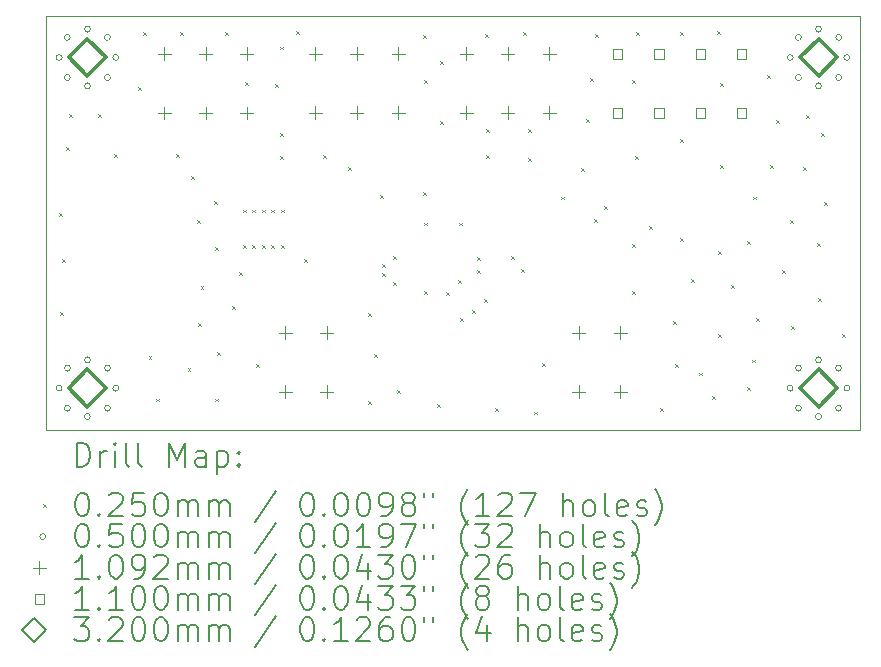
<source format=gbr>
%TF.GenerationSoftware,KiCad,Pcbnew,8.0.2*%
%TF.CreationDate,2024-07-24T20:27:54+03:00*%
%TF.ProjectId,DRV8234 DC Motor Driver Expander,44525638-3233-4342-9044-43204d6f746f,rev?*%
%TF.SameCoordinates,PX5f5e100PY5f5e100*%
%TF.FileFunction,Drillmap*%
%TF.FilePolarity,Positive*%
%FSLAX45Y45*%
G04 Gerber Fmt 4.5, Leading zero omitted, Abs format (unit mm)*
G04 Created by KiCad (PCBNEW 8.0.2) date 2024-07-24 20:27:54*
%MOMM*%
%LPD*%
G01*
G04 APERTURE LIST*
%ADD10C,0.050000*%
%ADD11C,0.200000*%
%ADD12C,0.100000*%
%ADD13C,0.109220*%
%ADD14C,0.110000*%
%ADD15C,0.320000*%
G04 APERTURE END LIST*
D10*
X0Y3500000D02*
X0Y0D01*
X6890000Y3500000D02*
X0Y3500000D01*
X6890000Y0D02*
X6890000Y3500000D01*
X0Y0D02*
X6890000Y0D01*
D11*
D12*
X107500Y1832500D02*
X132500Y1807500D01*
X132500Y1832500D02*
X107500Y1807500D01*
X117500Y992500D02*
X142500Y967500D01*
X142500Y992500D02*
X117500Y967500D01*
X137500Y1442500D02*
X162500Y1417500D01*
X162500Y1442500D02*
X137500Y1417500D01*
X167500Y2392500D02*
X192500Y2367500D01*
X192500Y2392500D02*
X167500Y2367500D01*
X197500Y2672500D02*
X222500Y2647500D01*
X222500Y2672500D02*
X197500Y2647500D01*
X437500Y2672500D02*
X462500Y2647500D01*
X462500Y2672500D02*
X437500Y2647500D01*
X577500Y2332500D02*
X602500Y2307500D01*
X602500Y2332500D02*
X577500Y2307500D01*
X777500Y2902500D02*
X802500Y2877500D01*
X802500Y2902500D02*
X777500Y2877500D01*
X817500Y3362500D02*
X842500Y3337500D01*
X842500Y3362500D02*
X817500Y3337500D01*
X867500Y622500D02*
X892500Y597500D01*
X892500Y622500D02*
X867500Y597500D01*
X927500Y262500D02*
X952500Y237500D01*
X952500Y262500D02*
X927500Y237500D01*
X1097500Y2332500D02*
X1122500Y2307500D01*
X1122500Y2332500D02*
X1097500Y2307500D01*
X1137500Y3362500D02*
X1162500Y3337500D01*
X1162500Y3362500D02*
X1137500Y3337500D01*
X1197500Y522500D02*
X1222500Y497500D01*
X1222500Y522500D02*
X1197500Y497500D01*
X1227500Y2142500D02*
X1252500Y2117500D01*
X1252500Y2142500D02*
X1227500Y2117500D01*
X1277500Y1772500D02*
X1302500Y1747500D01*
X1302500Y1772500D02*
X1277500Y1747500D01*
X1287500Y902500D02*
X1312500Y877500D01*
X1312500Y902500D02*
X1287500Y877500D01*
X1307500Y1212500D02*
X1332500Y1187500D01*
X1332500Y1212500D02*
X1307500Y1187500D01*
X1424739Y1936903D02*
X1449739Y1911903D01*
X1449739Y1936903D02*
X1424739Y1911903D01*
X1427500Y1542500D02*
X1452500Y1517500D01*
X1452500Y1542500D02*
X1427500Y1517500D01*
X1427500Y262500D02*
X1452500Y237500D01*
X1452500Y262500D02*
X1427500Y237500D01*
X1447500Y652500D02*
X1472500Y627500D01*
X1472500Y652500D02*
X1447500Y627500D01*
X1517500Y3362500D02*
X1542500Y3337500D01*
X1542500Y3362500D02*
X1517500Y3337500D01*
X1577500Y1042500D02*
X1602500Y1017500D01*
X1602500Y1042500D02*
X1577500Y1017500D01*
X1637500Y1332500D02*
X1662500Y1307500D01*
X1662500Y1332500D02*
X1637500Y1307500D01*
X1667500Y1862500D02*
X1692500Y1837500D01*
X1692500Y1862500D02*
X1667500Y1837500D01*
X1667500Y1562500D02*
X1692500Y1537500D01*
X1692500Y1562500D02*
X1667500Y1537500D01*
X1687500Y2942500D02*
X1712500Y2917500D01*
X1712500Y2942500D02*
X1687500Y2917500D01*
X1747500Y1862500D02*
X1772500Y1837500D01*
X1772500Y1862500D02*
X1747500Y1837500D01*
X1747500Y1562500D02*
X1772500Y1537500D01*
X1772500Y1562500D02*
X1747500Y1537500D01*
X1777500Y552500D02*
X1802500Y527500D01*
X1802500Y552500D02*
X1777500Y527500D01*
X1827500Y1862500D02*
X1852500Y1837500D01*
X1852500Y1862500D02*
X1827500Y1837500D01*
X1827500Y1562500D02*
X1852500Y1537500D01*
X1852500Y1562500D02*
X1827500Y1537500D01*
X1907500Y1862500D02*
X1932500Y1837500D01*
X1932500Y1862500D02*
X1907500Y1837500D01*
X1907500Y1562500D02*
X1932500Y1537500D01*
X1932500Y1562500D02*
X1907500Y1537500D01*
X1937500Y2922500D02*
X1962500Y2897500D01*
X1962500Y2922500D02*
X1937500Y2897500D01*
X1977500Y3242500D02*
X2002500Y3217500D01*
X2002500Y3242500D02*
X1977500Y3217500D01*
X1977500Y2512500D02*
X2002500Y2487500D01*
X2002500Y2512500D02*
X1977500Y2487500D01*
X1977500Y2312500D02*
X2002500Y2287500D01*
X2002500Y2312500D02*
X1977500Y2287500D01*
X1987500Y1862500D02*
X2012500Y1837500D01*
X2012500Y1862500D02*
X1987500Y1837500D01*
X1987500Y1562500D02*
X2012500Y1537500D01*
X2012500Y1562500D02*
X1987500Y1537500D01*
X2117500Y3372500D02*
X2142500Y3347500D01*
X2142500Y3372500D02*
X2117500Y3347500D01*
X2183680Y1443058D02*
X2208680Y1418058D01*
X2208680Y1443058D02*
X2183680Y1418058D01*
X2347500Y2322500D02*
X2372500Y2297500D01*
X2372500Y2322500D02*
X2347500Y2297500D01*
X2557500Y2222500D02*
X2582500Y2197500D01*
X2582500Y2222500D02*
X2557500Y2197500D01*
X2727500Y982500D02*
X2752500Y957500D01*
X2752500Y982500D02*
X2727500Y957500D01*
X2727500Y242500D02*
X2752500Y217500D01*
X2752500Y242500D02*
X2727500Y217500D01*
X2777500Y642500D02*
X2802500Y617500D01*
X2802500Y642500D02*
X2777500Y617500D01*
X2827500Y1982500D02*
X2852500Y1957500D01*
X2852500Y1982500D02*
X2827500Y1957500D01*
X2847500Y1402500D02*
X2872500Y1377500D01*
X2872500Y1402500D02*
X2847500Y1377500D01*
X2847500Y1322500D02*
X2872500Y1297500D01*
X2872500Y1322500D02*
X2847500Y1297500D01*
X2937500Y1472500D02*
X2962500Y1447500D01*
X2962500Y1472500D02*
X2937500Y1447500D01*
X2937500Y1252500D02*
X2962500Y1227500D01*
X2962500Y1252500D02*
X2937500Y1227500D01*
X2967500Y332500D02*
X2992500Y307500D01*
X2992500Y332500D02*
X2967500Y307500D01*
X3187500Y3342500D02*
X3212500Y3317500D01*
X3212500Y3342500D02*
X3187500Y3317500D01*
X3187500Y2012500D02*
X3212500Y1987500D01*
X3212500Y2012500D02*
X3187500Y1987500D01*
X3197500Y2962500D02*
X3222500Y2937500D01*
X3222500Y2962500D02*
X3197500Y2937500D01*
X3197500Y1752500D02*
X3222500Y1727500D01*
X3222500Y1752500D02*
X3197500Y1727500D01*
X3199392Y1172780D02*
X3224392Y1147780D01*
X3224392Y1172780D02*
X3199392Y1147780D01*
X3307500Y212500D02*
X3332500Y187500D01*
X3332500Y212500D02*
X3307500Y187500D01*
X3337500Y3122500D02*
X3362500Y3097500D01*
X3362500Y3122500D02*
X3337500Y3097500D01*
X3337500Y2612500D02*
X3362500Y2587500D01*
X3362500Y2612500D02*
X3337500Y2587500D01*
X3387500Y1162500D02*
X3412500Y1137500D01*
X3412500Y1162500D02*
X3387500Y1137500D01*
X3487500Y1262500D02*
X3512500Y1237500D01*
X3512500Y1262500D02*
X3487500Y1237500D01*
X3497500Y1752500D02*
X3522500Y1727500D01*
X3522500Y1752500D02*
X3497500Y1727500D01*
X3507500Y942500D02*
X3532500Y917500D01*
X3532500Y942500D02*
X3507500Y917500D01*
X3607500Y1012500D02*
X3632500Y987500D01*
X3632500Y1012500D02*
X3607500Y987500D01*
X3647500Y1462500D02*
X3672500Y1437500D01*
X3672500Y1462500D02*
X3647500Y1437500D01*
X3647500Y1352500D02*
X3672500Y1327500D01*
X3672500Y1352500D02*
X3647500Y1327500D01*
X3707500Y1102500D02*
X3732500Y1077500D01*
X3732500Y1102500D02*
X3707500Y1077500D01*
X3717500Y3352500D02*
X3742500Y3327500D01*
X3742500Y3352500D02*
X3717500Y3327500D01*
X3727500Y2542500D02*
X3752500Y2517500D01*
X3752500Y2542500D02*
X3727500Y2517500D01*
X3727500Y2322500D02*
X3752500Y2297500D01*
X3752500Y2322500D02*
X3727500Y2297500D01*
X3797500Y182500D02*
X3822500Y157500D01*
X3822500Y182500D02*
X3797500Y157500D01*
X3937500Y1472500D02*
X3962500Y1447500D01*
X3962500Y1472500D02*
X3937500Y1447500D01*
X4017500Y1362500D02*
X4042500Y1337500D01*
X4042500Y1362500D02*
X4017500Y1337500D01*
X4037500Y3362500D02*
X4062500Y3337500D01*
X4062500Y3362500D02*
X4037500Y3337500D01*
X4077500Y2542500D02*
X4102500Y2517500D01*
X4102500Y2542500D02*
X4077500Y2517500D01*
X4077500Y2302500D02*
X4102500Y2277500D01*
X4102500Y2302500D02*
X4077500Y2277500D01*
X4127500Y152500D02*
X4152500Y127500D01*
X4152500Y152500D02*
X4127500Y127500D01*
X4197500Y562500D02*
X4222500Y537500D01*
X4222500Y562500D02*
X4197500Y537500D01*
X4357500Y1972500D02*
X4382500Y1947500D01*
X4382500Y1972500D02*
X4357500Y1947500D01*
X4527500Y2212500D02*
X4552500Y2187500D01*
X4552500Y2212500D02*
X4527500Y2187500D01*
X4567500Y2632500D02*
X4592500Y2607500D01*
X4592500Y2632500D02*
X4567500Y2607500D01*
X4607500Y2972500D02*
X4632500Y2947500D01*
X4632500Y2972500D02*
X4607500Y2947500D01*
X4637500Y1782500D02*
X4662500Y1757500D01*
X4662500Y1782500D02*
X4637500Y1757500D01*
X4647500Y3352500D02*
X4672500Y3327500D01*
X4672500Y3352500D02*
X4647500Y3327500D01*
X4727500Y1892500D02*
X4752500Y1867500D01*
X4752500Y1892500D02*
X4727500Y1867500D01*
X4957500Y2962500D02*
X4982500Y2937500D01*
X4982500Y2962500D02*
X4957500Y2937500D01*
X4957500Y1572500D02*
X4982500Y1547500D01*
X4982500Y1572500D02*
X4957500Y1547500D01*
X4963780Y1173514D02*
X4988780Y1148514D01*
X4988780Y1173514D02*
X4963780Y1148514D01*
X4987500Y2312500D02*
X5012500Y2287500D01*
X5012500Y2312500D02*
X4987500Y2287500D01*
X4997500Y3362500D02*
X5022500Y3337500D01*
X5022500Y3362500D02*
X4997500Y3337500D01*
X5107500Y1722500D02*
X5132500Y1697500D01*
X5132500Y1722500D02*
X5107500Y1697500D01*
X5197500Y182500D02*
X5222500Y157500D01*
X5222500Y182500D02*
X5197500Y157500D01*
X5307500Y922500D02*
X5332500Y897500D01*
X5332500Y922500D02*
X5307500Y897500D01*
X5327500Y552500D02*
X5352500Y527500D01*
X5352500Y552500D02*
X5327500Y527500D01*
X5367500Y3362500D02*
X5392500Y3337500D01*
X5392500Y3362500D02*
X5367500Y3337500D01*
X5367500Y2462500D02*
X5392500Y2437500D01*
X5392500Y2462500D02*
X5367500Y2437500D01*
X5367500Y1622500D02*
X5392500Y1597500D01*
X5392500Y1622500D02*
X5367500Y1597500D01*
X5457500Y1272500D02*
X5482500Y1247500D01*
X5482500Y1272500D02*
X5457500Y1247500D01*
X5527500Y482500D02*
X5552500Y457500D01*
X5552500Y482500D02*
X5527500Y457500D01*
X5637500Y282500D02*
X5662500Y257500D01*
X5662500Y282500D02*
X5637500Y257500D01*
X5677500Y3372500D02*
X5702500Y3347500D01*
X5702500Y3372500D02*
X5677500Y3347500D01*
X5687500Y1512500D02*
X5712500Y1487500D01*
X5712500Y1512500D02*
X5687500Y1487500D01*
X5687500Y812500D02*
X5712500Y787500D01*
X5712500Y812500D02*
X5687500Y787500D01*
X5707500Y2932500D02*
X5732500Y2907500D01*
X5732500Y2932500D02*
X5707500Y2907500D01*
X5707500Y2242500D02*
X5732500Y2217500D01*
X5732500Y2242500D02*
X5707500Y2217500D01*
X5797500Y1222500D02*
X5822500Y1197500D01*
X5822500Y1222500D02*
X5797500Y1197500D01*
X5937500Y1592500D02*
X5962500Y1567500D01*
X5962500Y1592500D02*
X5937500Y1567500D01*
X5937500Y362500D02*
X5962500Y337500D01*
X5962500Y362500D02*
X5937500Y337500D01*
X5977500Y592500D02*
X6002500Y567500D01*
X6002500Y592500D02*
X5977500Y567500D01*
X5987500Y1972500D02*
X6012500Y1947500D01*
X6012500Y1972500D02*
X5987500Y1947500D01*
X6007500Y942500D02*
X6032500Y917500D01*
X6032500Y942500D02*
X6007500Y917500D01*
X6107500Y3002500D02*
X6132500Y2977500D01*
X6132500Y3002500D02*
X6107500Y2977500D01*
X6127500Y2242500D02*
X6152500Y2217500D01*
X6152500Y2242500D02*
X6127500Y2217500D01*
X6177500Y2622500D02*
X6202500Y2597500D01*
X6202500Y2622500D02*
X6177500Y2597500D01*
X6227500Y1352500D02*
X6252500Y1327500D01*
X6252500Y1352500D02*
X6227500Y1327500D01*
X6297500Y1772500D02*
X6322500Y1747500D01*
X6322500Y1772500D02*
X6297500Y1747500D01*
X6307500Y872500D02*
X6332500Y847500D01*
X6332500Y872500D02*
X6307500Y847500D01*
X6410170Y2223959D02*
X6435170Y2198959D01*
X6435170Y2223959D02*
X6410170Y2198959D01*
X6437500Y2662500D02*
X6462500Y2637500D01*
X6462500Y2662500D02*
X6437500Y2637500D01*
X6527500Y1582500D02*
X6552500Y1557500D01*
X6552500Y1582500D02*
X6527500Y1557500D01*
X6537500Y1112500D02*
X6562500Y1087500D01*
X6562500Y1112500D02*
X6537500Y1087500D01*
X6557500Y2512500D02*
X6582500Y2487500D01*
X6582500Y2512500D02*
X6557500Y2487500D01*
X6587500Y1922500D02*
X6612500Y1897500D01*
X6612500Y1922500D02*
X6587500Y1897500D01*
X6737500Y812500D02*
X6762500Y787500D01*
X6762500Y812500D02*
X6737500Y787500D01*
X135000Y3150000D02*
G75*
G02*
X85000Y3150000I-25000J0D01*
G01*
X85000Y3150000D02*
G75*
G02*
X135000Y3150000I25000J0D01*
G01*
X135000Y350000D02*
G75*
G02*
X85000Y350000I-25000J0D01*
G01*
X85000Y350000D02*
G75*
G02*
X135000Y350000I25000J0D01*
G01*
X205294Y3319706D02*
G75*
G02*
X155294Y3319706I-25000J0D01*
G01*
X155294Y3319706D02*
G75*
G02*
X205294Y3319706I25000J0D01*
G01*
X205294Y2980294D02*
G75*
G02*
X155294Y2980294I-25000J0D01*
G01*
X155294Y2980294D02*
G75*
G02*
X205294Y2980294I25000J0D01*
G01*
X205294Y519706D02*
G75*
G02*
X155294Y519706I-25000J0D01*
G01*
X155294Y519706D02*
G75*
G02*
X205294Y519706I25000J0D01*
G01*
X205294Y180294D02*
G75*
G02*
X155294Y180294I-25000J0D01*
G01*
X155294Y180294D02*
G75*
G02*
X205294Y180294I25000J0D01*
G01*
X375000Y3390000D02*
G75*
G02*
X325000Y3390000I-25000J0D01*
G01*
X325000Y3390000D02*
G75*
G02*
X375000Y3390000I25000J0D01*
G01*
X375000Y2910000D02*
G75*
G02*
X325000Y2910000I-25000J0D01*
G01*
X325000Y2910000D02*
G75*
G02*
X375000Y2910000I25000J0D01*
G01*
X375000Y590000D02*
G75*
G02*
X325000Y590000I-25000J0D01*
G01*
X325000Y590000D02*
G75*
G02*
X375000Y590000I25000J0D01*
G01*
X375000Y110000D02*
G75*
G02*
X325000Y110000I-25000J0D01*
G01*
X325000Y110000D02*
G75*
G02*
X375000Y110000I25000J0D01*
G01*
X544706Y3319706D02*
G75*
G02*
X494706Y3319706I-25000J0D01*
G01*
X494706Y3319706D02*
G75*
G02*
X544706Y3319706I25000J0D01*
G01*
X544706Y2980294D02*
G75*
G02*
X494706Y2980294I-25000J0D01*
G01*
X494706Y2980294D02*
G75*
G02*
X544706Y2980294I25000J0D01*
G01*
X544706Y519706D02*
G75*
G02*
X494706Y519706I-25000J0D01*
G01*
X494706Y519706D02*
G75*
G02*
X544706Y519706I25000J0D01*
G01*
X544706Y180294D02*
G75*
G02*
X494706Y180294I-25000J0D01*
G01*
X494706Y180294D02*
G75*
G02*
X544706Y180294I25000J0D01*
G01*
X615000Y3150000D02*
G75*
G02*
X565000Y3150000I-25000J0D01*
G01*
X565000Y3150000D02*
G75*
G02*
X615000Y3150000I25000J0D01*
G01*
X615000Y350000D02*
G75*
G02*
X565000Y350000I-25000J0D01*
G01*
X565000Y350000D02*
G75*
G02*
X615000Y350000I25000J0D01*
G01*
X6325000Y3150000D02*
G75*
G02*
X6275000Y3150000I-25000J0D01*
G01*
X6275000Y3150000D02*
G75*
G02*
X6325000Y3150000I25000J0D01*
G01*
X6325000Y350000D02*
G75*
G02*
X6275000Y350000I-25000J0D01*
G01*
X6275000Y350000D02*
G75*
G02*
X6325000Y350000I25000J0D01*
G01*
X6395294Y3319706D02*
G75*
G02*
X6345294Y3319706I-25000J0D01*
G01*
X6345294Y3319706D02*
G75*
G02*
X6395294Y3319706I25000J0D01*
G01*
X6395294Y2980294D02*
G75*
G02*
X6345294Y2980294I-25000J0D01*
G01*
X6345294Y2980294D02*
G75*
G02*
X6395294Y2980294I25000J0D01*
G01*
X6395294Y519706D02*
G75*
G02*
X6345294Y519706I-25000J0D01*
G01*
X6345294Y519706D02*
G75*
G02*
X6395294Y519706I25000J0D01*
G01*
X6395294Y180294D02*
G75*
G02*
X6345294Y180294I-25000J0D01*
G01*
X6345294Y180294D02*
G75*
G02*
X6395294Y180294I25000J0D01*
G01*
X6565000Y3390000D02*
G75*
G02*
X6515000Y3390000I-25000J0D01*
G01*
X6515000Y3390000D02*
G75*
G02*
X6565000Y3390000I25000J0D01*
G01*
X6565000Y2910000D02*
G75*
G02*
X6515000Y2910000I-25000J0D01*
G01*
X6515000Y2910000D02*
G75*
G02*
X6565000Y2910000I25000J0D01*
G01*
X6565000Y590000D02*
G75*
G02*
X6515000Y590000I-25000J0D01*
G01*
X6515000Y590000D02*
G75*
G02*
X6565000Y590000I25000J0D01*
G01*
X6565000Y110000D02*
G75*
G02*
X6515000Y110000I-25000J0D01*
G01*
X6515000Y110000D02*
G75*
G02*
X6565000Y110000I25000J0D01*
G01*
X6734706Y3319706D02*
G75*
G02*
X6684706Y3319706I-25000J0D01*
G01*
X6684706Y3319706D02*
G75*
G02*
X6734706Y3319706I25000J0D01*
G01*
X6734706Y2980294D02*
G75*
G02*
X6684706Y2980294I-25000J0D01*
G01*
X6684706Y2980294D02*
G75*
G02*
X6734706Y2980294I25000J0D01*
G01*
X6734706Y519706D02*
G75*
G02*
X6684706Y519706I-25000J0D01*
G01*
X6684706Y519706D02*
G75*
G02*
X6734706Y519706I25000J0D01*
G01*
X6734706Y180294D02*
G75*
G02*
X6684706Y180294I-25000J0D01*
G01*
X6684706Y180294D02*
G75*
G02*
X6734706Y180294I25000J0D01*
G01*
X6805000Y3150000D02*
G75*
G02*
X6755000Y3150000I-25000J0D01*
G01*
X6755000Y3150000D02*
G75*
G02*
X6805000Y3150000I25000J0D01*
G01*
X6805000Y350000D02*
G75*
G02*
X6755000Y350000I-25000J0D01*
G01*
X6755000Y350000D02*
G75*
G02*
X6805000Y350000I25000J0D01*
G01*
D13*
X1000000Y3234610D02*
X1000000Y3125390D01*
X945390Y3180000D02*
X1054610Y3180000D01*
X1000000Y2734610D02*
X1000000Y2625390D01*
X945390Y2680000D02*
X1054610Y2680000D01*
X1350000Y3234610D02*
X1350000Y3125390D01*
X1295390Y3180000D02*
X1404610Y3180000D01*
X1350000Y2734610D02*
X1350000Y2625390D01*
X1295390Y2680000D02*
X1404610Y2680000D01*
X1700000Y3234610D02*
X1700000Y3125390D01*
X1645390Y3180000D02*
X1754610Y3180000D01*
X1700000Y2734610D02*
X1700000Y2625390D01*
X1645390Y2680000D02*
X1754610Y2680000D01*
X2025000Y874610D02*
X2025000Y765390D01*
X1970390Y820000D02*
X2079610Y820000D01*
X2025000Y374610D02*
X2025000Y265390D01*
X1970390Y320000D02*
X2079610Y320000D01*
X2280000Y3235390D02*
X2280000Y3126170D01*
X2225390Y3180780D02*
X2334610Y3180780D01*
X2280000Y2735390D02*
X2280000Y2626170D01*
X2225390Y2680780D02*
X2334610Y2680780D01*
X2375000Y874610D02*
X2375000Y765390D01*
X2320390Y820000D02*
X2429610Y820000D01*
X2375000Y374610D02*
X2375000Y265390D01*
X2320390Y320000D02*
X2429610Y320000D01*
X2630000Y3235390D02*
X2630000Y3126170D01*
X2575390Y3180780D02*
X2684610Y3180780D01*
X2630000Y2735390D02*
X2630000Y2626170D01*
X2575390Y2680780D02*
X2684610Y2680780D01*
X2980000Y3235390D02*
X2980000Y3126170D01*
X2925390Y3180780D02*
X3034610Y3180780D01*
X2980000Y2735390D02*
X2980000Y2626170D01*
X2925390Y2680780D02*
X3034610Y2680780D01*
X3558600Y3235500D02*
X3558600Y3126280D01*
X3503990Y3180890D02*
X3613210Y3180890D01*
X3558600Y2735500D02*
X3558600Y2626280D01*
X3503990Y2680890D02*
X3613210Y2680890D01*
X3908600Y3235500D02*
X3908600Y3126280D01*
X3853990Y3180890D02*
X3963210Y3180890D01*
X3908600Y2735500D02*
X3908600Y2626280D01*
X3853990Y2680890D02*
X3963210Y2680890D01*
X4258600Y3235500D02*
X4258600Y3126280D01*
X4203990Y3180890D02*
X4313210Y3180890D01*
X4258600Y2735500D02*
X4258600Y2626280D01*
X4203990Y2680890D02*
X4313210Y2680890D01*
X4510000Y874610D02*
X4510000Y765390D01*
X4455390Y820000D02*
X4564610Y820000D01*
X4510000Y374610D02*
X4510000Y265390D01*
X4455390Y320000D02*
X4564610Y320000D01*
X4860000Y874610D02*
X4860000Y765390D01*
X4805390Y820000D02*
X4914610Y820000D01*
X4860000Y374610D02*
X4860000Y265390D01*
X4805390Y320000D02*
X4914610Y320000D01*
D14*
X4878891Y3141109D02*
X4878891Y3218891D01*
X4801109Y3218891D01*
X4801109Y3141109D01*
X4878891Y3141109D01*
X4878891Y2641109D02*
X4878891Y2718891D01*
X4801109Y2718891D01*
X4801109Y2641109D01*
X4878891Y2641109D01*
X5228891Y3141109D02*
X5228891Y3218891D01*
X5151109Y3218891D01*
X5151109Y3141109D01*
X5228891Y3141109D01*
X5228891Y2641109D02*
X5228891Y2718891D01*
X5151109Y2718891D01*
X5151109Y2641109D01*
X5228891Y2641109D01*
X5578891Y3141109D02*
X5578891Y3218891D01*
X5501109Y3218891D01*
X5501109Y3141109D01*
X5578891Y3141109D01*
X5578891Y2641109D02*
X5578891Y2718891D01*
X5501109Y2718891D01*
X5501109Y2641109D01*
X5578891Y2641109D01*
X5928891Y3141109D02*
X5928891Y3218891D01*
X5851109Y3218891D01*
X5851109Y3141109D01*
X5928891Y3141109D01*
X5928891Y2641109D02*
X5928891Y2718891D01*
X5851109Y2718891D01*
X5851109Y2641109D01*
X5928891Y2641109D01*
D15*
X350000Y2990000D02*
X510000Y3150000D01*
X350000Y3310000D01*
X190000Y3150000D01*
X350000Y2990000D01*
X350000Y190000D02*
X510000Y350000D01*
X350000Y510000D01*
X190000Y350000D01*
X350000Y190000D01*
X6540000Y2990000D02*
X6700000Y3150000D01*
X6540000Y3310000D01*
X6380000Y3150000D01*
X6540000Y2990000D01*
X6540000Y190000D02*
X6700000Y350000D01*
X6540000Y510000D01*
X6380000Y350000D01*
X6540000Y190000D01*
D11*
X258277Y-313984D02*
X258277Y-113984D01*
X258277Y-113984D02*
X305896Y-113984D01*
X305896Y-113984D02*
X334467Y-123508D01*
X334467Y-123508D02*
X353515Y-142555D01*
X353515Y-142555D02*
X363039Y-161603D01*
X363039Y-161603D02*
X372562Y-199698D01*
X372562Y-199698D02*
X372562Y-228269D01*
X372562Y-228269D02*
X363039Y-266365D01*
X363039Y-266365D02*
X353515Y-285412D01*
X353515Y-285412D02*
X334467Y-304460D01*
X334467Y-304460D02*
X305896Y-313984D01*
X305896Y-313984D02*
X258277Y-313984D01*
X458277Y-313984D02*
X458277Y-180650D01*
X458277Y-218746D02*
X467801Y-199698D01*
X467801Y-199698D02*
X477324Y-190174D01*
X477324Y-190174D02*
X496372Y-180650D01*
X496372Y-180650D02*
X515420Y-180650D01*
X582086Y-313984D02*
X582086Y-180650D01*
X582086Y-113984D02*
X572563Y-123508D01*
X572563Y-123508D02*
X582086Y-133031D01*
X582086Y-133031D02*
X591610Y-123508D01*
X591610Y-123508D02*
X582086Y-113984D01*
X582086Y-113984D02*
X582086Y-133031D01*
X705896Y-313984D02*
X686848Y-304460D01*
X686848Y-304460D02*
X677324Y-285412D01*
X677324Y-285412D02*
X677324Y-113984D01*
X810658Y-313984D02*
X791610Y-304460D01*
X791610Y-304460D02*
X782086Y-285412D01*
X782086Y-285412D02*
X782086Y-113984D01*
X1039229Y-313984D02*
X1039229Y-113984D01*
X1039229Y-113984D02*
X1105896Y-256841D01*
X1105896Y-256841D02*
X1172563Y-113984D01*
X1172563Y-113984D02*
X1172563Y-313984D01*
X1353515Y-313984D02*
X1353515Y-209222D01*
X1353515Y-209222D02*
X1343991Y-190174D01*
X1343991Y-190174D02*
X1324944Y-180650D01*
X1324944Y-180650D02*
X1286848Y-180650D01*
X1286848Y-180650D02*
X1267801Y-190174D01*
X1353515Y-304460D02*
X1334467Y-313984D01*
X1334467Y-313984D02*
X1286848Y-313984D01*
X1286848Y-313984D02*
X1267801Y-304460D01*
X1267801Y-304460D02*
X1258277Y-285412D01*
X1258277Y-285412D02*
X1258277Y-266365D01*
X1258277Y-266365D02*
X1267801Y-247317D01*
X1267801Y-247317D02*
X1286848Y-237793D01*
X1286848Y-237793D02*
X1334467Y-237793D01*
X1334467Y-237793D02*
X1353515Y-228269D01*
X1448753Y-180650D02*
X1448753Y-380650D01*
X1448753Y-190174D02*
X1467801Y-180650D01*
X1467801Y-180650D02*
X1505896Y-180650D01*
X1505896Y-180650D02*
X1524943Y-190174D01*
X1524943Y-190174D02*
X1534467Y-199698D01*
X1534467Y-199698D02*
X1543991Y-218746D01*
X1543991Y-218746D02*
X1543991Y-275889D01*
X1543991Y-275889D02*
X1534467Y-294936D01*
X1534467Y-294936D02*
X1524943Y-304460D01*
X1524943Y-304460D02*
X1505896Y-313984D01*
X1505896Y-313984D02*
X1467801Y-313984D01*
X1467801Y-313984D02*
X1448753Y-304460D01*
X1629705Y-294936D02*
X1639229Y-304460D01*
X1639229Y-304460D02*
X1629705Y-313984D01*
X1629705Y-313984D02*
X1620182Y-304460D01*
X1620182Y-304460D02*
X1629705Y-294936D01*
X1629705Y-294936D02*
X1629705Y-313984D01*
X1629705Y-190174D02*
X1639229Y-199698D01*
X1639229Y-199698D02*
X1629705Y-209222D01*
X1629705Y-209222D02*
X1620182Y-199698D01*
X1620182Y-199698D02*
X1629705Y-190174D01*
X1629705Y-190174D02*
X1629705Y-209222D01*
D12*
X-27500Y-630000D02*
X-2500Y-655000D01*
X-2500Y-630000D02*
X-27500Y-655000D01*
D11*
X296372Y-533984D02*
X315420Y-533984D01*
X315420Y-533984D02*
X334467Y-543508D01*
X334467Y-543508D02*
X343991Y-553031D01*
X343991Y-553031D02*
X353515Y-572079D01*
X353515Y-572079D02*
X363039Y-610174D01*
X363039Y-610174D02*
X363039Y-657793D01*
X363039Y-657793D02*
X353515Y-695889D01*
X353515Y-695889D02*
X343991Y-714936D01*
X343991Y-714936D02*
X334467Y-724460D01*
X334467Y-724460D02*
X315420Y-733984D01*
X315420Y-733984D02*
X296372Y-733984D01*
X296372Y-733984D02*
X277324Y-724460D01*
X277324Y-724460D02*
X267801Y-714936D01*
X267801Y-714936D02*
X258277Y-695889D01*
X258277Y-695889D02*
X248753Y-657793D01*
X248753Y-657793D02*
X248753Y-610174D01*
X248753Y-610174D02*
X258277Y-572079D01*
X258277Y-572079D02*
X267801Y-553031D01*
X267801Y-553031D02*
X277324Y-543508D01*
X277324Y-543508D02*
X296372Y-533984D01*
X448753Y-714936D02*
X458277Y-724460D01*
X458277Y-724460D02*
X448753Y-733984D01*
X448753Y-733984D02*
X439229Y-724460D01*
X439229Y-724460D02*
X448753Y-714936D01*
X448753Y-714936D02*
X448753Y-733984D01*
X534467Y-553031D02*
X543991Y-543508D01*
X543991Y-543508D02*
X563039Y-533984D01*
X563039Y-533984D02*
X610658Y-533984D01*
X610658Y-533984D02*
X629705Y-543508D01*
X629705Y-543508D02*
X639229Y-553031D01*
X639229Y-553031D02*
X648753Y-572079D01*
X648753Y-572079D02*
X648753Y-591127D01*
X648753Y-591127D02*
X639229Y-619698D01*
X639229Y-619698D02*
X524944Y-733984D01*
X524944Y-733984D02*
X648753Y-733984D01*
X829705Y-533984D02*
X734467Y-533984D01*
X734467Y-533984D02*
X724943Y-629222D01*
X724943Y-629222D02*
X734467Y-619698D01*
X734467Y-619698D02*
X753515Y-610174D01*
X753515Y-610174D02*
X801134Y-610174D01*
X801134Y-610174D02*
X820182Y-619698D01*
X820182Y-619698D02*
X829705Y-629222D01*
X829705Y-629222D02*
X839229Y-648270D01*
X839229Y-648270D02*
X839229Y-695889D01*
X839229Y-695889D02*
X829705Y-714936D01*
X829705Y-714936D02*
X820182Y-724460D01*
X820182Y-724460D02*
X801134Y-733984D01*
X801134Y-733984D02*
X753515Y-733984D01*
X753515Y-733984D02*
X734467Y-724460D01*
X734467Y-724460D02*
X724943Y-714936D01*
X963039Y-533984D02*
X982086Y-533984D01*
X982086Y-533984D02*
X1001134Y-543508D01*
X1001134Y-543508D02*
X1010658Y-553031D01*
X1010658Y-553031D02*
X1020182Y-572079D01*
X1020182Y-572079D02*
X1029705Y-610174D01*
X1029705Y-610174D02*
X1029705Y-657793D01*
X1029705Y-657793D02*
X1020182Y-695889D01*
X1020182Y-695889D02*
X1010658Y-714936D01*
X1010658Y-714936D02*
X1001134Y-724460D01*
X1001134Y-724460D02*
X982086Y-733984D01*
X982086Y-733984D02*
X963039Y-733984D01*
X963039Y-733984D02*
X943991Y-724460D01*
X943991Y-724460D02*
X934467Y-714936D01*
X934467Y-714936D02*
X924943Y-695889D01*
X924943Y-695889D02*
X915420Y-657793D01*
X915420Y-657793D02*
X915420Y-610174D01*
X915420Y-610174D02*
X924943Y-572079D01*
X924943Y-572079D02*
X934467Y-553031D01*
X934467Y-553031D02*
X943991Y-543508D01*
X943991Y-543508D02*
X963039Y-533984D01*
X1115420Y-733984D02*
X1115420Y-600650D01*
X1115420Y-619698D02*
X1124944Y-610174D01*
X1124944Y-610174D02*
X1143991Y-600650D01*
X1143991Y-600650D02*
X1172563Y-600650D01*
X1172563Y-600650D02*
X1191610Y-610174D01*
X1191610Y-610174D02*
X1201134Y-629222D01*
X1201134Y-629222D02*
X1201134Y-733984D01*
X1201134Y-629222D02*
X1210658Y-610174D01*
X1210658Y-610174D02*
X1229705Y-600650D01*
X1229705Y-600650D02*
X1258277Y-600650D01*
X1258277Y-600650D02*
X1277325Y-610174D01*
X1277325Y-610174D02*
X1286848Y-629222D01*
X1286848Y-629222D02*
X1286848Y-733984D01*
X1382086Y-733984D02*
X1382086Y-600650D01*
X1382086Y-619698D02*
X1391610Y-610174D01*
X1391610Y-610174D02*
X1410658Y-600650D01*
X1410658Y-600650D02*
X1439229Y-600650D01*
X1439229Y-600650D02*
X1458277Y-610174D01*
X1458277Y-610174D02*
X1467801Y-629222D01*
X1467801Y-629222D02*
X1467801Y-733984D01*
X1467801Y-629222D02*
X1477324Y-610174D01*
X1477324Y-610174D02*
X1496372Y-600650D01*
X1496372Y-600650D02*
X1524943Y-600650D01*
X1524943Y-600650D02*
X1543991Y-610174D01*
X1543991Y-610174D02*
X1553515Y-629222D01*
X1553515Y-629222D02*
X1553515Y-733984D01*
X1943991Y-524460D02*
X1772563Y-781603D01*
X2201134Y-533984D02*
X2220182Y-533984D01*
X2220182Y-533984D02*
X2239229Y-543508D01*
X2239229Y-543508D02*
X2248753Y-553031D01*
X2248753Y-553031D02*
X2258277Y-572079D01*
X2258277Y-572079D02*
X2267801Y-610174D01*
X2267801Y-610174D02*
X2267801Y-657793D01*
X2267801Y-657793D02*
X2258277Y-695889D01*
X2258277Y-695889D02*
X2248753Y-714936D01*
X2248753Y-714936D02*
X2239229Y-724460D01*
X2239229Y-724460D02*
X2220182Y-733984D01*
X2220182Y-733984D02*
X2201134Y-733984D01*
X2201134Y-733984D02*
X2182087Y-724460D01*
X2182087Y-724460D02*
X2172563Y-714936D01*
X2172563Y-714936D02*
X2163039Y-695889D01*
X2163039Y-695889D02*
X2153515Y-657793D01*
X2153515Y-657793D02*
X2153515Y-610174D01*
X2153515Y-610174D02*
X2163039Y-572079D01*
X2163039Y-572079D02*
X2172563Y-553031D01*
X2172563Y-553031D02*
X2182087Y-543508D01*
X2182087Y-543508D02*
X2201134Y-533984D01*
X2353515Y-714936D02*
X2363039Y-724460D01*
X2363039Y-724460D02*
X2353515Y-733984D01*
X2353515Y-733984D02*
X2343991Y-724460D01*
X2343991Y-724460D02*
X2353515Y-714936D01*
X2353515Y-714936D02*
X2353515Y-733984D01*
X2486848Y-533984D02*
X2505896Y-533984D01*
X2505896Y-533984D02*
X2524944Y-543508D01*
X2524944Y-543508D02*
X2534468Y-553031D01*
X2534468Y-553031D02*
X2543991Y-572079D01*
X2543991Y-572079D02*
X2553515Y-610174D01*
X2553515Y-610174D02*
X2553515Y-657793D01*
X2553515Y-657793D02*
X2543991Y-695889D01*
X2543991Y-695889D02*
X2534468Y-714936D01*
X2534468Y-714936D02*
X2524944Y-724460D01*
X2524944Y-724460D02*
X2505896Y-733984D01*
X2505896Y-733984D02*
X2486848Y-733984D01*
X2486848Y-733984D02*
X2467801Y-724460D01*
X2467801Y-724460D02*
X2458277Y-714936D01*
X2458277Y-714936D02*
X2448753Y-695889D01*
X2448753Y-695889D02*
X2439229Y-657793D01*
X2439229Y-657793D02*
X2439229Y-610174D01*
X2439229Y-610174D02*
X2448753Y-572079D01*
X2448753Y-572079D02*
X2458277Y-553031D01*
X2458277Y-553031D02*
X2467801Y-543508D01*
X2467801Y-543508D02*
X2486848Y-533984D01*
X2677325Y-533984D02*
X2696372Y-533984D01*
X2696372Y-533984D02*
X2715420Y-543508D01*
X2715420Y-543508D02*
X2724944Y-553031D01*
X2724944Y-553031D02*
X2734468Y-572079D01*
X2734468Y-572079D02*
X2743991Y-610174D01*
X2743991Y-610174D02*
X2743991Y-657793D01*
X2743991Y-657793D02*
X2734468Y-695889D01*
X2734468Y-695889D02*
X2724944Y-714936D01*
X2724944Y-714936D02*
X2715420Y-724460D01*
X2715420Y-724460D02*
X2696372Y-733984D01*
X2696372Y-733984D02*
X2677325Y-733984D01*
X2677325Y-733984D02*
X2658277Y-724460D01*
X2658277Y-724460D02*
X2648753Y-714936D01*
X2648753Y-714936D02*
X2639229Y-695889D01*
X2639229Y-695889D02*
X2629706Y-657793D01*
X2629706Y-657793D02*
X2629706Y-610174D01*
X2629706Y-610174D02*
X2639229Y-572079D01*
X2639229Y-572079D02*
X2648753Y-553031D01*
X2648753Y-553031D02*
X2658277Y-543508D01*
X2658277Y-543508D02*
X2677325Y-533984D01*
X2839229Y-733984D02*
X2877325Y-733984D01*
X2877325Y-733984D02*
X2896372Y-724460D01*
X2896372Y-724460D02*
X2905896Y-714936D01*
X2905896Y-714936D02*
X2924944Y-686365D01*
X2924944Y-686365D02*
X2934467Y-648270D01*
X2934467Y-648270D02*
X2934467Y-572079D01*
X2934467Y-572079D02*
X2924944Y-553031D01*
X2924944Y-553031D02*
X2915420Y-543508D01*
X2915420Y-543508D02*
X2896372Y-533984D01*
X2896372Y-533984D02*
X2858277Y-533984D01*
X2858277Y-533984D02*
X2839229Y-543508D01*
X2839229Y-543508D02*
X2829706Y-553031D01*
X2829706Y-553031D02*
X2820182Y-572079D01*
X2820182Y-572079D02*
X2820182Y-619698D01*
X2820182Y-619698D02*
X2829706Y-638746D01*
X2829706Y-638746D02*
X2839229Y-648270D01*
X2839229Y-648270D02*
X2858277Y-657793D01*
X2858277Y-657793D02*
X2896372Y-657793D01*
X2896372Y-657793D02*
X2915420Y-648270D01*
X2915420Y-648270D02*
X2924944Y-638746D01*
X2924944Y-638746D02*
X2934467Y-619698D01*
X3048753Y-619698D02*
X3029706Y-610174D01*
X3029706Y-610174D02*
X3020182Y-600650D01*
X3020182Y-600650D02*
X3010658Y-581603D01*
X3010658Y-581603D02*
X3010658Y-572079D01*
X3010658Y-572079D02*
X3020182Y-553031D01*
X3020182Y-553031D02*
X3029706Y-543508D01*
X3029706Y-543508D02*
X3048753Y-533984D01*
X3048753Y-533984D02*
X3086848Y-533984D01*
X3086848Y-533984D02*
X3105896Y-543508D01*
X3105896Y-543508D02*
X3115420Y-553031D01*
X3115420Y-553031D02*
X3124944Y-572079D01*
X3124944Y-572079D02*
X3124944Y-581603D01*
X3124944Y-581603D02*
X3115420Y-600650D01*
X3115420Y-600650D02*
X3105896Y-610174D01*
X3105896Y-610174D02*
X3086848Y-619698D01*
X3086848Y-619698D02*
X3048753Y-619698D01*
X3048753Y-619698D02*
X3029706Y-629222D01*
X3029706Y-629222D02*
X3020182Y-638746D01*
X3020182Y-638746D02*
X3010658Y-657793D01*
X3010658Y-657793D02*
X3010658Y-695889D01*
X3010658Y-695889D02*
X3020182Y-714936D01*
X3020182Y-714936D02*
X3029706Y-724460D01*
X3029706Y-724460D02*
X3048753Y-733984D01*
X3048753Y-733984D02*
X3086848Y-733984D01*
X3086848Y-733984D02*
X3105896Y-724460D01*
X3105896Y-724460D02*
X3115420Y-714936D01*
X3115420Y-714936D02*
X3124944Y-695889D01*
X3124944Y-695889D02*
X3124944Y-657793D01*
X3124944Y-657793D02*
X3115420Y-638746D01*
X3115420Y-638746D02*
X3105896Y-629222D01*
X3105896Y-629222D02*
X3086848Y-619698D01*
X3201134Y-533984D02*
X3201134Y-572079D01*
X3277325Y-533984D02*
X3277325Y-572079D01*
X3572563Y-810174D02*
X3563039Y-800650D01*
X3563039Y-800650D02*
X3543991Y-772079D01*
X3543991Y-772079D02*
X3534468Y-753031D01*
X3534468Y-753031D02*
X3524944Y-724460D01*
X3524944Y-724460D02*
X3515420Y-676841D01*
X3515420Y-676841D02*
X3515420Y-638746D01*
X3515420Y-638746D02*
X3524944Y-591127D01*
X3524944Y-591127D02*
X3534468Y-562555D01*
X3534468Y-562555D02*
X3543991Y-543508D01*
X3543991Y-543508D02*
X3563039Y-514936D01*
X3563039Y-514936D02*
X3572563Y-505412D01*
X3753515Y-733984D02*
X3639229Y-733984D01*
X3696372Y-733984D02*
X3696372Y-533984D01*
X3696372Y-533984D02*
X3677325Y-562555D01*
X3677325Y-562555D02*
X3658277Y-581603D01*
X3658277Y-581603D02*
X3639229Y-591127D01*
X3829706Y-553031D02*
X3839229Y-543508D01*
X3839229Y-543508D02*
X3858277Y-533984D01*
X3858277Y-533984D02*
X3905896Y-533984D01*
X3905896Y-533984D02*
X3924944Y-543508D01*
X3924944Y-543508D02*
X3934468Y-553031D01*
X3934468Y-553031D02*
X3943991Y-572079D01*
X3943991Y-572079D02*
X3943991Y-591127D01*
X3943991Y-591127D02*
X3934468Y-619698D01*
X3934468Y-619698D02*
X3820182Y-733984D01*
X3820182Y-733984D02*
X3943991Y-733984D01*
X4010658Y-533984D02*
X4143991Y-533984D01*
X4143991Y-533984D02*
X4058277Y-733984D01*
X4372563Y-733984D02*
X4372563Y-533984D01*
X4458277Y-733984D02*
X4458277Y-629222D01*
X4458277Y-629222D02*
X4448753Y-610174D01*
X4448753Y-610174D02*
X4429706Y-600650D01*
X4429706Y-600650D02*
X4401134Y-600650D01*
X4401134Y-600650D02*
X4382087Y-610174D01*
X4382087Y-610174D02*
X4372563Y-619698D01*
X4582087Y-733984D02*
X4563039Y-724460D01*
X4563039Y-724460D02*
X4553515Y-714936D01*
X4553515Y-714936D02*
X4543992Y-695889D01*
X4543992Y-695889D02*
X4543992Y-638746D01*
X4543992Y-638746D02*
X4553515Y-619698D01*
X4553515Y-619698D02*
X4563039Y-610174D01*
X4563039Y-610174D02*
X4582087Y-600650D01*
X4582087Y-600650D02*
X4610658Y-600650D01*
X4610658Y-600650D02*
X4629706Y-610174D01*
X4629706Y-610174D02*
X4639230Y-619698D01*
X4639230Y-619698D02*
X4648753Y-638746D01*
X4648753Y-638746D02*
X4648753Y-695889D01*
X4648753Y-695889D02*
X4639230Y-714936D01*
X4639230Y-714936D02*
X4629706Y-724460D01*
X4629706Y-724460D02*
X4610658Y-733984D01*
X4610658Y-733984D02*
X4582087Y-733984D01*
X4763039Y-733984D02*
X4743992Y-724460D01*
X4743992Y-724460D02*
X4734468Y-705412D01*
X4734468Y-705412D02*
X4734468Y-533984D01*
X4915420Y-724460D02*
X4896373Y-733984D01*
X4896373Y-733984D02*
X4858277Y-733984D01*
X4858277Y-733984D02*
X4839230Y-724460D01*
X4839230Y-724460D02*
X4829706Y-705412D01*
X4829706Y-705412D02*
X4829706Y-629222D01*
X4829706Y-629222D02*
X4839230Y-610174D01*
X4839230Y-610174D02*
X4858277Y-600650D01*
X4858277Y-600650D02*
X4896373Y-600650D01*
X4896373Y-600650D02*
X4915420Y-610174D01*
X4915420Y-610174D02*
X4924944Y-629222D01*
X4924944Y-629222D02*
X4924944Y-648270D01*
X4924944Y-648270D02*
X4829706Y-667317D01*
X5001134Y-724460D02*
X5020182Y-733984D01*
X5020182Y-733984D02*
X5058277Y-733984D01*
X5058277Y-733984D02*
X5077325Y-724460D01*
X5077325Y-724460D02*
X5086849Y-705412D01*
X5086849Y-705412D02*
X5086849Y-695889D01*
X5086849Y-695889D02*
X5077325Y-676841D01*
X5077325Y-676841D02*
X5058277Y-667317D01*
X5058277Y-667317D02*
X5029706Y-667317D01*
X5029706Y-667317D02*
X5010658Y-657793D01*
X5010658Y-657793D02*
X5001134Y-638746D01*
X5001134Y-638746D02*
X5001134Y-629222D01*
X5001134Y-629222D02*
X5010658Y-610174D01*
X5010658Y-610174D02*
X5029706Y-600650D01*
X5029706Y-600650D02*
X5058277Y-600650D01*
X5058277Y-600650D02*
X5077325Y-610174D01*
X5153515Y-810174D02*
X5163039Y-800650D01*
X5163039Y-800650D02*
X5182087Y-772079D01*
X5182087Y-772079D02*
X5191611Y-753031D01*
X5191611Y-753031D02*
X5201134Y-724460D01*
X5201134Y-724460D02*
X5210658Y-676841D01*
X5210658Y-676841D02*
X5210658Y-638746D01*
X5210658Y-638746D02*
X5201134Y-591127D01*
X5201134Y-591127D02*
X5191611Y-562555D01*
X5191611Y-562555D02*
X5182087Y-543508D01*
X5182087Y-543508D02*
X5163039Y-514936D01*
X5163039Y-514936D02*
X5153515Y-505412D01*
D12*
X-2500Y-906500D02*
G75*
G02*
X-52500Y-906500I-25000J0D01*
G01*
X-52500Y-906500D02*
G75*
G02*
X-2500Y-906500I25000J0D01*
G01*
D11*
X296372Y-797984D02*
X315420Y-797984D01*
X315420Y-797984D02*
X334467Y-807508D01*
X334467Y-807508D02*
X343991Y-817031D01*
X343991Y-817031D02*
X353515Y-836079D01*
X353515Y-836079D02*
X363039Y-874174D01*
X363039Y-874174D02*
X363039Y-921793D01*
X363039Y-921793D02*
X353515Y-959888D01*
X353515Y-959888D02*
X343991Y-978936D01*
X343991Y-978936D02*
X334467Y-988460D01*
X334467Y-988460D02*
X315420Y-997984D01*
X315420Y-997984D02*
X296372Y-997984D01*
X296372Y-997984D02*
X277324Y-988460D01*
X277324Y-988460D02*
X267801Y-978936D01*
X267801Y-978936D02*
X258277Y-959888D01*
X258277Y-959888D02*
X248753Y-921793D01*
X248753Y-921793D02*
X248753Y-874174D01*
X248753Y-874174D02*
X258277Y-836079D01*
X258277Y-836079D02*
X267801Y-817031D01*
X267801Y-817031D02*
X277324Y-807508D01*
X277324Y-807508D02*
X296372Y-797984D01*
X448753Y-978936D02*
X458277Y-988460D01*
X458277Y-988460D02*
X448753Y-997984D01*
X448753Y-997984D02*
X439229Y-988460D01*
X439229Y-988460D02*
X448753Y-978936D01*
X448753Y-978936D02*
X448753Y-997984D01*
X639229Y-797984D02*
X543991Y-797984D01*
X543991Y-797984D02*
X534467Y-893222D01*
X534467Y-893222D02*
X543991Y-883698D01*
X543991Y-883698D02*
X563039Y-874174D01*
X563039Y-874174D02*
X610658Y-874174D01*
X610658Y-874174D02*
X629705Y-883698D01*
X629705Y-883698D02*
X639229Y-893222D01*
X639229Y-893222D02*
X648753Y-912269D01*
X648753Y-912269D02*
X648753Y-959888D01*
X648753Y-959888D02*
X639229Y-978936D01*
X639229Y-978936D02*
X629705Y-988460D01*
X629705Y-988460D02*
X610658Y-997984D01*
X610658Y-997984D02*
X563039Y-997984D01*
X563039Y-997984D02*
X543991Y-988460D01*
X543991Y-988460D02*
X534467Y-978936D01*
X772562Y-797984D02*
X791610Y-797984D01*
X791610Y-797984D02*
X810658Y-807508D01*
X810658Y-807508D02*
X820182Y-817031D01*
X820182Y-817031D02*
X829705Y-836079D01*
X829705Y-836079D02*
X839229Y-874174D01*
X839229Y-874174D02*
X839229Y-921793D01*
X839229Y-921793D02*
X829705Y-959888D01*
X829705Y-959888D02*
X820182Y-978936D01*
X820182Y-978936D02*
X810658Y-988460D01*
X810658Y-988460D02*
X791610Y-997984D01*
X791610Y-997984D02*
X772562Y-997984D01*
X772562Y-997984D02*
X753515Y-988460D01*
X753515Y-988460D02*
X743991Y-978936D01*
X743991Y-978936D02*
X734467Y-959888D01*
X734467Y-959888D02*
X724943Y-921793D01*
X724943Y-921793D02*
X724943Y-874174D01*
X724943Y-874174D02*
X734467Y-836079D01*
X734467Y-836079D02*
X743991Y-817031D01*
X743991Y-817031D02*
X753515Y-807508D01*
X753515Y-807508D02*
X772562Y-797984D01*
X963039Y-797984D02*
X982086Y-797984D01*
X982086Y-797984D02*
X1001134Y-807508D01*
X1001134Y-807508D02*
X1010658Y-817031D01*
X1010658Y-817031D02*
X1020182Y-836079D01*
X1020182Y-836079D02*
X1029705Y-874174D01*
X1029705Y-874174D02*
X1029705Y-921793D01*
X1029705Y-921793D02*
X1020182Y-959888D01*
X1020182Y-959888D02*
X1010658Y-978936D01*
X1010658Y-978936D02*
X1001134Y-988460D01*
X1001134Y-988460D02*
X982086Y-997984D01*
X982086Y-997984D02*
X963039Y-997984D01*
X963039Y-997984D02*
X943991Y-988460D01*
X943991Y-988460D02*
X934467Y-978936D01*
X934467Y-978936D02*
X924943Y-959888D01*
X924943Y-959888D02*
X915420Y-921793D01*
X915420Y-921793D02*
X915420Y-874174D01*
X915420Y-874174D02*
X924943Y-836079D01*
X924943Y-836079D02*
X934467Y-817031D01*
X934467Y-817031D02*
X943991Y-807508D01*
X943991Y-807508D02*
X963039Y-797984D01*
X1115420Y-997984D02*
X1115420Y-864650D01*
X1115420Y-883698D02*
X1124944Y-874174D01*
X1124944Y-874174D02*
X1143991Y-864650D01*
X1143991Y-864650D02*
X1172563Y-864650D01*
X1172563Y-864650D02*
X1191610Y-874174D01*
X1191610Y-874174D02*
X1201134Y-893222D01*
X1201134Y-893222D02*
X1201134Y-997984D01*
X1201134Y-893222D02*
X1210658Y-874174D01*
X1210658Y-874174D02*
X1229705Y-864650D01*
X1229705Y-864650D02*
X1258277Y-864650D01*
X1258277Y-864650D02*
X1277325Y-874174D01*
X1277325Y-874174D02*
X1286848Y-893222D01*
X1286848Y-893222D02*
X1286848Y-997984D01*
X1382086Y-997984D02*
X1382086Y-864650D01*
X1382086Y-883698D02*
X1391610Y-874174D01*
X1391610Y-874174D02*
X1410658Y-864650D01*
X1410658Y-864650D02*
X1439229Y-864650D01*
X1439229Y-864650D02*
X1458277Y-874174D01*
X1458277Y-874174D02*
X1467801Y-893222D01*
X1467801Y-893222D02*
X1467801Y-997984D01*
X1467801Y-893222D02*
X1477324Y-874174D01*
X1477324Y-874174D02*
X1496372Y-864650D01*
X1496372Y-864650D02*
X1524943Y-864650D01*
X1524943Y-864650D02*
X1543991Y-874174D01*
X1543991Y-874174D02*
X1553515Y-893222D01*
X1553515Y-893222D02*
X1553515Y-997984D01*
X1943991Y-788460D02*
X1772563Y-1045603D01*
X2201134Y-797984D02*
X2220182Y-797984D01*
X2220182Y-797984D02*
X2239229Y-807508D01*
X2239229Y-807508D02*
X2248753Y-817031D01*
X2248753Y-817031D02*
X2258277Y-836079D01*
X2258277Y-836079D02*
X2267801Y-874174D01*
X2267801Y-874174D02*
X2267801Y-921793D01*
X2267801Y-921793D02*
X2258277Y-959888D01*
X2258277Y-959888D02*
X2248753Y-978936D01*
X2248753Y-978936D02*
X2239229Y-988460D01*
X2239229Y-988460D02*
X2220182Y-997984D01*
X2220182Y-997984D02*
X2201134Y-997984D01*
X2201134Y-997984D02*
X2182087Y-988460D01*
X2182087Y-988460D02*
X2172563Y-978936D01*
X2172563Y-978936D02*
X2163039Y-959888D01*
X2163039Y-959888D02*
X2153515Y-921793D01*
X2153515Y-921793D02*
X2153515Y-874174D01*
X2153515Y-874174D02*
X2163039Y-836079D01*
X2163039Y-836079D02*
X2172563Y-817031D01*
X2172563Y-817031D02*
X2182087Y-807508D01*
X2182087Y-807508D02*
X2201134Y-797984D01*
X2353515Y-978936D02*
X2363039Y-988460D01*
X2363039Y-988460D02*
X2353515Y-997984D01*
X2353515Y-997984D02*
X2343991Y-988460D01*
X2343991Y-988460D02*
X2353515Y-978936D01*
X2353515Y-978936D02*
X2353515Y-997984D01*
X2486848Y-797984D02*
X2505896Y-797984D01*
X2505896Y-797984D02*
X2524944Y-807508D01*
X2524944Y-807508D02*
X2534468Y-817031D01*
X2534468Y-817031D02*
X2543991Y-836079D01*
X2543991Y-836079D02*
X2553515Y-874174D01*
X2553515Y-874174D02*
X2553515Y-921793D01*
X2553515Y-921793D02*
X2543991Y-959888D01*
X2543991Y-959888D02*
X2534468Y-978936D01*
X2534468Y-978936D02*
X2524944Y-988460D01*
X2524944Y-988460D02*
X2505896Y-997984D01*
X2505896Y-997984D02*
X2486848Y-997984D01*
X2486848Y-997984D02*
X2467801Y-988460D01*
X2467801Y-988460D02*
X2458277Y-978936D01*
X2458277Y-978936D02*
X2448753Y-959888D01*
X2448753Y-959888D02*
X2439229Y-921793D01*
X2439229Y-921793D02*
X2439229Y-874174D01*
X2439229Y-874174D02*
X2448753Y-836079D01*
X2448753Y-836079D02*
X2458277Y-817031D01*
X2458277Y-817031D02*
X2467801Y-807508D01*
X2467801Y-807508D02*
X2486848Y-797984D01*
X2743991Y-997984D02*
X2629706Y-997984D01*
X2686848Y-997984D02*
X2686848Y-797984D01*
X2686848Y-797984D02*
X2667801Y-826555D01*
X2667801Y-826555D02*
X2648753Y-845603D01*
X2648753Y-845603D02*
X2629706Y-855127D01*
X2839229Y-997984D02*
X2877325Y-997984D01*
X2877325Y-997984D02*
X2896372Y-988460D01*
X2896372Y-988460D02*
X2905896Y-978936D01*
X2905896Y-978936D02*
X2924944Y-950365D01*
X2924944Y-950365D02*
X2934467Y-912269D01*
X2934467Y-912269D02*
X2934467Y-836079D01*
X2934467Y-836079D02*
X2924944Y-817031D01*
X2924944Y-817031D02*
X2915420Y-807508D01*
X2915420Y-807508D02*
X2896372Y-797984D01*
X2896372Y-797984D02*
X2858277Y-797984D01*
X2858277Y-797984D02*
X2839229Y-807508D01*
X2839229Y-807508D02*
X2829706Y-817031D01*
X2829706Y-817031D02*
X2820182Y-836079D01*
X2820182Y-836079D02*
X2820182Y-883698D01*
X2820182Y-883698D02*
X2829706Y-902746D01*
X2829706Y-902746D02*
X2839229Y-912269D01*
X2839229Y-912269D02*
X2858277Y-921793D01*
X2858277Y-921793D02*
X2896372Y-921793D01*
X2896372Y-921793D02*
X2915420Y-912269D01*
X2915420Y-912269D02*
X2924944Y-902746D01*
X2924944Y-902746D02*
X2934467Y-883698D01*
X3001134Y-797984D02*
X3134467Y-797984D01*
X3134467Y-797984D02*
X3048753Y-997984D01*
X3201134Y-797984D02*
X3201134Y-836079D01*
X3277325Y-797984D02*
X3277325Y-836079D01*
X3572563Y-1074174D02*
X3563039Y-1064650D01*
X3563039Y-1064650D02*
X3543991Y-1036079D01*
X3543991Y-1036079D02*
X3534468Y-1017031D01*
X3534468Y-1017031D02*
X3524944Y-988460D01*
X3524944Y-988460D02*
X3515420Y-940841D01*
X3515420Y-940841D02*
X3515420Y-902746D01*
X3515420Y-902746D02*
X3524944Y-855127D01*
X3524944Y-855127D02*
X3534468Y-826555D01*
X3534468Y-826555D02*
X3543991Y-807508D01*
X3543991Y-807508D02*
X3563039Y-778936D01*
X3563039Y-778936D02*
X3572563Y-769412D01*
X3629706Y-797984D02*
X3753515Y-797984D01*
X3753515Y-797984D02*
X3686848Y-874174D01*
X3686848Y-874174D02*
X3715420Y-874174D01*
X3715420Y-874174D02*
X3734468Y-883698D01*
X3734468Y-883698D02*
X3743991Y-893222D01*
X3743991Y-893222D02*
X3753515Y-912269D01*
X3753515Y-912269D02*
X3753515Y-959888D01*
X3753515Y-959888D02*
X3743991Y-978936D01*
X3743991Y-978936D02*
X3734468Y-988460D01*
X3734468Y-988460D02*
X3715420Y-997984D01*
X3715420Y-997984D02*
X3658277Y-997984D01*
X3658277Y-997984D02*
X3639229Y-988460D01*
X3639229Y-988460D02*
X3629706Y-978936D01*
X3829706Y-817031D02*
X3839229Y-807508D01*
X3839229Y-807508D02*
X3858277Y-797984D01*
X3858277Y-797984D02*
X3905896Y-797984D01*
X3905896Y-797984D02*
X3924944Y-807508D01*
X3924944Y-807508D02*
X3934468Y-817031D01*
X3934468Y-817031D02*
X3943991Y-836079D01*
X3943991Y-836079D02*
X3943991Y-855127D01*
X3943991Y-855127D02*
X3934468Y-883698D01*
X3934468Y-883698D02*
X3820182Y-997984D01*
X3820182Y-997984D02*
X3943991Y-997984D01*
X4182087Y-997984D02*
X4182087Y-797984D01*
X4267801Y-997984D02*
X4267801Y-893222D01*
X4267801Y-893222D02*
X4258277Y-874174D01*
X4258277Y-874174D02*
X4239230Y-864650D01*
X4239230Y-864650D02*
X4210658Y-864650D01*
X4210658Y-864650D02*
X4191610Y-874174D01*
X4191610Y-874174D02*
X4182087Y-883698D01*
X4391611Y-997984D02*
X4372563Y-988460D01*
X4372563Y-988460D02*
X4363039Y-978936D01*
X4363039Y-978936D02*
X4353515Y-959888D01*
X4353515Y-959888D02*
X4353515Y-902746D01*
X4353515Y-902746D02*
X4363039Y-883698D01*
X4363039Y-883698D02*
X4372563Y-874174D01*
X4372563Y-874174D02*
X4391611Y-864650D01*
X4391611Y-864650D02*
X4420182Y-864650D01*
X4420182Y-864650D02*
X4439230Y-874174D01*
X4439230Y-874174D02*
X4448753Y-883698D01*
X4448753Y-883698D02*
X4458277Y-902746D01*
X4458277Y-902746D02*
X4458277Y-959888D01*
X4458277Y-959888D02*
X4448753Y-978936D01*
X4448753Y-978936D02*
X4439230Y-988460D01*
X4439230Y-988460D02*
X4420182Y-997984D01*
X4420182Y-997984D02*
X4391611Y-997984D01*
X4572563Y-997984D02*
X4553515Y-988460D01*
X4553515Y-988460D02*
X4543992Y-969412D01*
X4543992Y-969412D02*
X4543992Y-797984D01*
X4724944Y-988460D02*
X4705896Y-997984D01*
X4705896Y-997984D02*
X4667801Y-997984D01*
X4667801Y-997984D02*
X4648753Y-988460D01*
X4648753Y-988460D02*
X4639230Y-969412D01*
X4639230Y-969412D02*
X4639230Y-893222D01*
X4639230Y-893222D02*
X4648753Y-874174D01*
X4648753Y-874174D02*
X4667801Y-864650D01*
X4667801Y-864650D02*
X4705896Y-864650D01*
X4705896Y-864650D02*
X4724944Y-874174D01*
X4724944Y-874174D02*
X4734468Y-893222D01*
X4734468Y-893222D02*
X4734468Y-912269D01*
X4734468Y-912269D02*
X4639230Y-931317D01*
X4810658Y-988460D02*
X4829706Y-997984D01*
X4829706Y-997984D02*
X4867801Y-997984D01*
X4867801Y-997984D02*
X4886849Y-988460D01*
X4886849Y-988460D02*
X4896373Y-969412D01*
X4896373Y-969412D02*
X4896373Y-959888D01*
X4896373Y-959888D02*
X4886849Y-940841D01*
X4886849Y-940841D02*
X4867801Y-931317D01*
X4867801Y-931317D02*
X4839230Y-931317D01*
X4839230Y-931317D02*
X4820182Y-921793D01*
X4820182Y-921793D02*
X4810658Y-902746D01*
X4810658Y-902746D02*
X4810658Y-893222D01*
X4810658Y-893222D02*
X4820182Y-874174D01*
X4820182Y-874174D02*
X4839230Y-864650D01*
X4839230Y-864650D02*
X4867801Y-864650D01*
X4867801Y-864650D02*
X4886849Y-874174D01*
X4963039Y-1074174D02*
X4972563Y-1064650D01*
X4972563Y-1064650D02*
X4991611Y-1036079D01*
X4991611Y-1036079D02*
X5001134Y-1017031D01*
X5001134Y-1017031D02*
X5010658Y-988460D01*
X5010658Y-988460D02*
X5020182Y-940841D01*
X5020182Y-940841D02*
X5020182Y-902746D01*
X5020182Y-902746D02*
X5010658Y-855127D01*
X5010658Y-855127D02*
X5001134Y-826555D01*
X5001134Y-826555D02*
X4991611Y-807508D01*
X4991611Y-807508D02*
X4972563Y-778936D01*
X4972563Y-778936D02*
X4963039Y-769412D01*
D13*
X-57110Y-1115890D02*
X-57110Y-1225110D01*
X-111720Y-1170500D02*
X-2500Y-1170500D01*
D11*
X363039Y-1261984D02*
X248753Y-1261984D01*
X305896Y-1261984D02*
X305896Y-1061984D01*
X305896Y-1061984D02*
X286848Y-1090555D01*
X286848Y-1090555D02*
X267801Y-1109603D01*
X267801Y-1109603D02*
X248753Y-1119127D01*
X448753Y-1242936D02*
X458277Y-1252460D01*
X458277Y-1252460D02*
X448753Y-1261984D01*
X448753Y-1261984D02*
X439229Y-1252460D01*
X439229Y-1252460D02*
X448753Y-1242936D01*
X448753Y-1242936D02*
X448753Y-1261984D01*
X582086Y-1061984D02*
X601134Y-1061984D01*
X601134Y-1061984D02*
X620182Y-1071508D01*
X620182Y-1071508D02*
X629705Y-1081031D01*
X629705Y-1081031D02*
X639229Y-1100079D01*
X639229Y-1100079D02*
X648753Y-1138174D01*
X648753Y-1138174D02*
X648753Y-1185793D01*
X648753Y-1185793D02*
X639229Y-1223889D01*
X639229Y-1223889D02*
X629705Y-1242936D01*
X629705Y-1242936D02*
X620182Y-1252460D01*
X620182Y-1252460D02*
X601134Y-1261984D01*
X601134Y-1261984D02*
X582086Y-1261984D01*
X582086Y-1261984D02*
X563039Y-1252460D01*
X563039Y-1252460D02*
X553515Y-1242936D01*
X553515Y-1242936D02*
X543991Y-1223889D01*
X543991Y-1223889D02*
X534467Y-1185793D01*
X534467Y-1185793D02*
X534467Y-1138174D01*
X534467Y-1138174D02*
X543991Y-1100079D01*
X543991Y-1100079D02*
X553515Y-1081031D01*
X553515Y-1081031D02*
X563039Y-1071508D01*
X563039Y-1071508D02*
X582086Y-1061984D01*
X743991Y-1261984D02*
X782086Y-1261984D01*
X782086Y-1261984D02*
X801134Y-1252460D01*
X801134Y-1252460D02*
X810658Y-1242936D01*
X810658Y-1242936D02*
X829705Y-1214365D01*
X829705Y-1214365D02*
X839229Y-1176270D01*
X839229Y-1176270D02*
X839229Y-1100079D01*
X839229Y-1100079D02*
X829705Y-1081031D01*
X829705Y-1081031D02*
X820182Y-1071508D01*
X820182Y-1071508D02*
X801134Y-1061984D01*
X801134Y-1061984D02*
X763039Y-1061984D01*
X763039Y-1061984D02*
X743991Y-1071508D01*
X743991Y-1071508D02*
X734467Y-1081031D01*
X734467Y-1081031D02*
X724943Y-1100079D01*
X724943Y-1100079D02*
X724943Y-1147698D01*
X724943Y-1147698D02*
X734467Y-1166746D01*
X734467Y-1166746D02*
X743991Y-1176270D01*
X743991Y-1176270D02*
X763039Y-1185793D01*
X763039Y-1185793D02*
X801134Y-1185793D01*
X801134Y-1185793D02*
X820182Y-1176270D01*
X820182Y-1176270D02*
X829705Y-1166746D01*
X829705Y-1166746D02*
X839229Y-1147698D01*
X915420Y-1081031D02*
X924943Y-1071508D01*
X924943Y-1071508D02*
X943991Y-1061984D01*
X943991Y-1061984D02*
X991610Y-1061984D01*
X991610Y-1061984D02*
X1010658Y-1071508D01*
X1010658Y-1071508D02*
X1020182Y-1081031D01*
X1020182Y-1081031D02*
X1029705Y-1100079D01*
X1029705Y-1100079D02*
X1029705Y-1119127D01*
X1029705Y-1119127D02*
X1020182Y-1147698D01*
X1020182Y-1147698D02*
X905896Y-1261984D01*
X905896Y-1261984D02*
X1029705Y-1261984D01*
X1115420Y-1261984D02*
X1115420Y-1128650D01*
X1115420Y-1147698D02*
X1124944Y-1138174D01*
X1124944Y-1138174D02*
X1143991Y-1128650D01*
X1143991Y-1128650D02*
X1172563Y-1128650D01*
X1172563Y-1128650D02*
X1191610Y-1138174D01*
X1191610Y-1138174D02*
X1201134Y-1157222D01*
X1201134Y-1157222D02*
X1201134Y-1261984D01*
X1201134Y-1157222D02*
X1210658Y-1138174D01*
X1210658Y-1138174D02*
X1229705Y-1128650D01*
X1229705Y-1128650D02*
X1258277Y-1128650D01*
X1258277Y-1128650D02*
X1277325Y-1138174D01*
X1277325Y-1138174D02*
X1286848Y-1157222D01*
X1286848Y-1157222D02*
X1286848Y-1261984D01*
X1382086Y-1261984D02*
X1382086Y-1128650D01*
X1382086Y-1147698D02*
X1391610Y-1138174D01*
X1391610Y-1138174D02*
X1410658Y-1128650D01*
X1410658Y-1128650D02*
X1439229Y-1128650D01*
X1439229Y-1128650D02*
X1458277Y-1138174D01*
X1458277Y-1138174D02*
X1467801Y-1157222D01*
X1467801Y-1157222D02*
X1467801Y-1261984D01*
X1467801Y-1157222D02*
X1477324Y-1138174D01*
X1477324Y-1138174D02*
X1496372Y-1128650D01*
X1496372Y-1128650D02*
X1524943Y-1128650D01*
X1524943Y-1128650D02*
X1543991Y-1138174D01*
X1543991Y-1138174D02*
X1553515Y-1157222D01*
X1553515Y-1157222D02*
X1553515Y-1261984D01*
X1943991Y-1052460D02*
X1772563Y-1309603D01*
X2201134Y-1061984D02*
X2220182Y-1061984D01*
X2220182Y-1061984D02*
X2239229Y-1071508D01*
X2239229Y-1071508D02*
X2248753Y-1081031D01*
X2248753Y-1081031D02*
X2258277Y-1100079D01*
X2258277Y-1100079D02*
X2267801Y-1138174D01*
X2267801Y-1138174D02*
X2267801Y-1185793D01*
X2267801Y-1185793D02*
X2258277Y-1223889D01*
X2258277Y-1223889D02*
X2248753Y-1242936D01*
X2248753Y-1242936D02*
X2239229Y-1252460D01*
X2239229Y-1252460D02*
X2220182Y-1261984D01*
X2220182Y-1261984D02*
X2201134Y-1261984D01*
X2201134Y-1261984D02*
X2182087Y-1252460D01*
X2182087Y-1252460D02*
X2172563Y-1242936D01*
X2172563Y-1242936D02*
X2163039Y-1223889D01*
X2163039Y-1223889D02*
X2153515Y-1185793D01*
X2153515Y-1185793D02*
X2153515Y-1138174D01*
X2153515Y-1138174D02*
X2163039Y-1100079D01*
X2163039Y-1100079D02*
X2172563Y-1081031D01*
X2172563Y-1081031D02*
X2182087Y-1071508D01*
X2182087Y-1071508D02*
X2201134Y-1061984D01*
X2353515Y-1242936D02*
X2363039Y-1252460D01*
X2363039Y-1252460D02*
X2353515Y-1261984D01*
X2353515Y-1261984D02*
X2343991Y-1252460D01*
X2343991Y-1252460D02*
X2353515Y-1242936D01*
X2353515Y-1242936D02*
X2353515Y-1261984D01*
X2486848Y-1061984D02*
X2505896Y-1061984D01*
X2505896Y-1061984D02*
X2524944Y-1071508D01*
X2524944Y-1071508D02*
X2534468Y-1081031D01*
X2534468Y-1081031D02*
X2543991Y-1100079D01*
X2543991Y-1100079D02*
X2553515Y-1138174D01*
X2553515Y-1138174D02*
X2553515Y-1185793D01*
X2553515Y-1185793D02*
X2543991Y-1223889D01*
X2543991Y-1223889D02*
X2534468Y-1242936D01*
X2534468Y-1242936D02*
X2524944Y-1252460D01*
X2524944Y-1252460D02*
X2505896Y-1261984D01*
X2505896Y-1261984D02*
X2486848Y-1261984D01*
X2486848Y-1261984D02*
X2467801Y-1252460D01*
X2467801Y-1252460D02*
X2458277Y-1242936D01*
X2458277Y-1242936D02*
X2448753Y-1223889D01*
X2448753Y-1223889D02*
X2439229Y-1185793D01*
X2439229Y-1185793D02*
X2439229Y-1138174D01*
X2439229Y-1138174D02*
X2448753Y-1100079D01*
X2448753Y-1100079D02*
X2458277Y-1081031D01*
X2458277Y-1081031D02*
X2467801Y-1071508D01*
X2467801Y-1071508D02*
X2486848Y-1061984D01*
X2724944Y-1128650D02*
X2724944Y-1261984D01*
X2677325Y-1052460D02*
X2629706Y-1195317D01*
X2629706Y-1195317D02*
X2753515Y-1195317D01*
X2810658Y-1061984D02*
X2934467Y-1061984D01*
X2934467Y-1061984D02*
X2867801Y-1138174D01*
X2867801Y-1138174D02*
X2896372Y-1138174D01*
X2896372Y-1138174D02*
X2915420Y-1147698D01*
X2915420Y-1147698D02*
X2924944Y-1157222D01*
X2924944Y-1157222D02*
X2934467Y-1176270D01*
X2934467Y-1176270D02*
X2934467Y-1223889D01*
X2934467Y-1223889D02*
X2924944Y-1242936D01*
X2924944Y-1242936D02*
X2915420Y-1252460D01*
X2915420Y-1252460D02*
X2896372Y-1261984D01*
X2896372Y-1261984D02*
X2839229Y-1261984D01*
X2839229Y-1261984D02*
X2820182Y-1252460D01*
X2820182Y-1252460D02*
X2810658Y-1242936D01*
X3058277Y-1061984D02*
X3077325Y-1061984D01*
X3077325Y-1061984D02*
X3096372Y-1071508D01*
X3096372Y-1071508D02*
X3105896Y-1081031D01*
X3105896Y-1081031D02*
X3115420Y-1100079D01*
X3115420Y-1100079D02*
X3124944Y-1138174D01*
X3124944Y-1138174D02*
X3124944Y-1185793D01*
X3124944Y-1185793D02*
X3115420Y-1223889D01*
X3115420Y-1223889D02*
X3105896Y-1242936D01*
X3105896Y-1242936D02*
X3096372Y-1252460D01*
X3096372Y-1252460D02*
X3077325Y-1261984D01*
X3077325Y-1261984D02*
X3058277Y-1261984D01*
X3058277Y-1261984D02*
X3039229Y-1252460D01*
X3039229Y-1252460D02*
X3029706Y-1242936D01*
X3029706Y-1242936D02*
X3020182Y-1223889D01*
X3020182Y-1223889D02*
X3010658Y-1185793D01*
X3010658Y-1185793D02*
X3010658Y-1138174D01*
X3010658Y-1138174D02*
X3020182Y-1100079D01*
X3020182Y-1100079D02*
X3029706Y-1081031D01*
X3029706Y-1081031D02*
X3039229Y-1071508D01*
X3039229Y-1071508D02*
X3058277Y-1061984D01*
X3201134Y-1061984D02*
X3201134Y-1100079D01*
X3277325Y-1061984D02*
X3277325Y-1100079D01*
X3572563Y-1338174D02*
X3563039Y-1328650D01*
X3563039Y-1328650D02*
X3543991Y-1300079D01*
X3543991Y-1300079D02*
X3534468Y-1281031D01*
X3534468Y-1281031D02*
X3524944Y-1252460D01*
X3524944Y-1252460D02*
X3515420Y-1204841D01*
X3515420Y-1204841D02*
X3515420Y-1166746D01*
X3515420Y-1166746D02*
X3524944Y-1119127D01*
X3524944Y-1119127D02*
X3534468Y-1090555D01*
X3534468Y-1090555D02*
X3543991Y-1071508D01*
X3543991Y-1071508D02*
X3563039Y-1042936D01*
X3563039Y-1042936D02*
X3572563Y-1033412D01*
X3639229Y-1081031D02*
X3648753Y-1071508D01*
X3648753Y-1071508D02*
X3667801Y-1061984D01*
X3667801Y-1061984D02*
X3715420Y-1061984D01*
X3715420Y-1061984D02*
X3734468Y-1071508D01*
X3734468Y-1071508D02*
X3743991Y-1081031D01*
X3743991Y-1081031D02*
X3753515Y-1100079D01*
X3753515Y-1100079D02*
X3753515Y-1119127D01*
X3753515Y-1119127D02*
X3743991Y-1147698D01*
X3743991Y-1147698D02*
X3629706Y-1261984D01*
X3629706Y-1261984D02*
X3753515Y-1261984D01*
X3924944Y-1061984D02*
X3886848Y-1061984D01*
X3886848Y-1061984D02*
X3867801Y-1071508D01*
X3867801Y-1071508D02*
X3858277Y-1081031D01*
X3858277Y-1081031D02*
X3839229Y-1109603D01*
X3839229Y-1109603D02*
X3829706Y-1147698D01*
X3829706Y-1147698D02*
X3829706Y-1223889D01*
X3829706Y-1223889D02*
X3839229Y-1242936D01*
X3839229Y-1242936D02*
X3848753Y-1252460D01*
X3848753Y-1252460D02*
X3867801Y-1261984D01*
X3867801Y-1261984D02*
X3905896Y-1261984D01*
X3905896Y-1261984D02*
X3924944Y-1252460D01*
X3924944Y-1252460D02*
X3934468Y-1242936D01*
X3934468Y-1242936D02*
X3943991Y-1223889D01*
X3943991Y-1223889D02*
X3943991Y-1176270D01*
X3943991Y-1176270D02*
X3934468Y-1157222D01*
X3934468Y-1157222D02*
X3924944Y-1147698D01*
X3924944Y-1147698D02*
X3905896Y-1138174D01*
X3905896Y-1138174D02*
X3867801Y-1138174D01*
X3867801Y-1138174D02*
X3848753Y-1147698D01*
X3848753Y-1147698D02*
X3839229Y-1157222D01*
X3839229Y-1157222D02*
X3829706Y-1176270D01*
X4182087Y-1261984D02*
X4182087Y-1061984D01*
X4267801Y-1261984D02*
X4267801Y-1157222D01*
X4267801Y-1157222D02*
X4258277Y-1138174D01*
X4258277Y-1138174D02*
X4239230Y-1128650D01*
X4239230Y-1128650D02*
X4210658Y-1128650D01*
X4210658Y-1128650D02*
X4191610Y-1138174D01*
X4191610Y-1138174D02*
X4182087Y-1147698D01*
X4391611Y-1261984D02*
X4372563Y-1252460D01*
X4372563Y-1252460D02*
X4363039Y-1242936D01*
X4363039Y-1242936D02*
X4353515Y-1223889D01*
X4353515Y-1223889D02*
X4353515Y-1166746D01*
X4353515Y-1166746D02*
X4363039Y-1147698D01*
X4363039Y-1147698D02*
X4372563Y-1138174D01*
X4372563Y-1138174D02*
X4391611Y-1128650D01*
X4391611Y-1128650D02*
X4420182Y-1128650D01*
X4420182Y-1128650D02*
X4439230Y-1138174D01*
X4439230Y-1138174D02*
X4448753Y-1147698D01*
X4448753Y-1147698D02*
X4458277Y-1166746D01*
X4458277Y-1166746D02*
X4458277Y-1223889D01*
X4458277Y-1223889D02*
X4448753Y-1242936D01*
X4448753Y-1242936D02*
X4439230Y-1252460D01*
X4439230Y-1252460D02*
X4420182Y-1261984D01*
X4420182Y-1261984D02*
X4391611Y-1261984D01*
X4572563Y-1261984D02*
X4553515Y-1252460D01*
X4553515Y-1252460D02*
X4543992Y-1233412D01*
X4543992Y-1233412D02*
X4543992Y-1061984D01*
X4724944Y-1252460D02*
X4705896Y-1261984D01*
X4705896Y-1261984D02*
X4667801Y-1261984D01*
X4667801Y-1261984D02*
X4648753Y-1252460D01*
X4648753Y-1252460D02*
X4639230Y-1233412D01*
X4639230Y-1233412D02*
X4639230Y-1157222D01*
X4639230Y-1157222D02*
X4648753Y-1138174D01*
X4648753Y-1138174D02*
X4667801Y-1128650D01*
X4667801Y-1128650D02*
X4705896Y-1128650D01*
X4705896Y-1128650D02*
X4724944Y-1138174D01*
X4724944Y-1138174D02*
X4734468Y-1157222D01*
X4734468Y-1157222D02*
X4734468Y-1176270D01*
X4734468Y-1176270D02*
X4639230Y-1195317D01*
X4810658Y-1252460D02*
X4829706Y-1261984D01*
X4829706Y-1261984D02*
X4867801Y-1261984D01*
X4867801Y-1261984D02*
X4886849Y-1252460D01*
X4886849Y-1252460D02*
X4896373Y-1233412D01*
X4896373Y-1233412D02*
X4896373Y-1223889D01*
X4896373Y-1223889D02*
X4886849Y-1204841D01*
X4886849Y-1204841D02*
X4867801Y-1195317D01*
X4867801Y-1195317D02*
X4839230Y-1195317D01*
X4839230Y-1195317D02*
X4820182Y-1185793D01*
X4820182Y-1185793D02*
X4810658Y-1166746D01*
X4810658Y-1166746D02*
X4810658Y-1157222D01*
X4810658Y-1157222D02*
X4820182Y-1138174D01*
X4820182Y-1138174D02*
X4839230Y-1128650D01*
X4839230Y-1128650D02*
X4867801Y-1128650D01*
X4867801Y-1128650D02*
X4886849Y-1138174D01*
X4963039Y-1338174D02*
X4972563Y-1328650D01*
X4972563Y-1328650D02*
X4991611Y-1300079D01*
X4991611Y-1300079D02*
X5001134Y-1281031D01*
X5001134Y-1281031D02*
X5010658Y-1252460D01*
X5010658Y-1252460D02*
X5020182Y-1204841D01*
X5020182Y-1204841D02*
X5020182Y-1166746D01*
X5020182Y-1166746D02*
X5010658Y-1119127D01*
X5010658Y-1119127D02*
X5001134Y-1090555D01*
X5001134Y-1090555D02*
X4991611Y-1071508D01*
X4991611Y-1071508D02*
X4972563Y-1042936D01*
X4972563Y-1042936D02*
X4963039Y-1033412D01*
D14*
X-18609Y-1473391D02*
X-18609Y-1395609D01*
X-96391Y-1395609D01*
X-96391Y-1473391D01*
X-18609Y-1473391D01*
D11*
X363039Y-1525984D02*
X248753Y-1525984D01*
X305896Y-1525984D02*
X305896Y-1325984D01*
X305896Y-1325984D02*
X286848Y-1354555D01*
X286848Y-1354555D02*
X267801Y-1373603D01*
X267801Y-1373603D02*
X248753Y-1383127D01*
X448753Y-1506936D02*
X458277Y-1516460D01*
X458277Y-1516460D02*
X448753Y-1525984D01*
X448753Y-1525984D02*
X439229Y-1516460D01*
X439229Y-1516460D02*
X448753Y-1506936D01*
X448753Y-1506936D02*
X448753Y-1525984D01*
X648753Y-1525984D02*
X534467Y-1525984D01*
X591610Y-1525984D02*
X591610Y-1325984D01*
X591610Y-1325984D02*
X572563Y-1354555D01*
X572563Y-1354555D02*
X553515Y-1373603D01*
X553515Y-1373603D02*
X534467Y-1383127D01*
X772562Y-1325984D02*
X791610Y-1325984D01*
X791610Y-1325984D02*
X810658Y-1335508D01*
X810658Y-1335508D02*
X820182Y-1345031D01*
X820182Y-1345031D02*
X829705Y-1364079D01*
X829705Y-1364079D02*
X839229Y-1402174D01*
X839229Y-1402174D02*
X839229Y-1449793D01*
X839229Y-1449793D02*
X829705Y-1487888D01*
X829705Y-1487888D02*
X820182Y-1506936D01*
X820182Y-1506936D02*
X810658Y-1516460D01*
X810658Y-1516460D02*
X791610Y-1525984D01*
X791610Y-1525984D02*
X772562Y-1525984D01*
X772562Y-1525984D02*
X753515Y-1516460D01*
X753515Y-1516460D02*
X743991Y-1506936D01*
X743991Y-1506936D02*
X734467Y-1487888D01*
X734467Y-1487888D02*
X724943Y-1449793D01*
X724943Y-1449793D02*
X724943Y-1402174D01*
X724943Y-1402174D02*
X734467Y-1364079D01*
X734467Y-1364079D02*
X743991Y-1345031D01*
X743991Y-1345031D02*
X753515Y-1335508D01*
X753515Y-1335508D02*
X772562Y-1325984D01*
X963039Y-1325984D02*
X982086Y-1325984D01*
X982086Y-1325984D02*
X1001134Y-1335508D01*
X1001134Y-1335508D02*
X1010658Y-1345031D01*
X1010658Y-1345031D02*
X1020182Y-1364079D01*
X1020182Y-1364079D02*
X1029705Y-1402174D01*
X1029705Y-1402174D02*
X1029705Y-1449793D01*
X1029705Y-1449793D02*
X1020182Y-1487888D01*
X1020182Y-1487888D02*
X1010658Y-1506936D01*
X1010658Y-1506936D02*
X1001134Y-1516460D01*
X1001134Y-1516460D02*
X982086Y-1525984D01*
X982086Y-1525984D02*
X963039Y-1525984D01*
X963039Y-1525984D02*
X943991Y-1516460D01*
X943991Y-1516460D02*
X934467Y-1506936D01*
X934467Y-1506936D02*
X924943Y-1487888D01*
X924943Y-1487888D02*
X915420Y-1449793D01*
X915420Y-1449793D02*
X915420Y-1402174D01*
X915420Y-1402174D02*
X924943Y-1364079D01*
X924943Y-1364079D02*
X934467Y-1345031D01*
X934467Y-1345031D02*
X943991Y-1335508D01*
X943991Y-1335508D02*
X963039Y-1325984D01*
X1115420Y-1525984D02*
X1115420Y-1392650D01*
X1115420Y-1411698D02*
X1124944Y-1402174D01*
X1124944Y-1402174D02*
X1143991Y-1392650D01*
X1143991Y-1392650D02*
X1172563Y-1392650D01*
X1172563Y-1392650D02*
X1191610Y-1402174D01*
X1191610Y-1402174D02*
X1201134Y-1421222D01*
X1201134Y-1421222D02*
X1201134Y-1525984D01*
X1201134Y-1421222D02*
X1210658Y-1402174D01*
X1210658Y-1402174D02*
X1229705Y-1392650D01*
X1229705Y-1392650D02*
X1258277Y-1392650D01*
X1258277Y-1392650D02*
X1277325Y-1402174D01*
X1277325Y-1402174D02*
X1286848Y-1421222D01*
X1286848Y-1421222D02*
X1286848Y-1525984D01*
X1382086Y-1525984D02*
X1382086Y-1392650D01*
X1382086Y-1411698D02*
X1391610Y-1402174D01*
X1391610Y-1402174D02*
X1410658Y-1392650D01*
X1410658Y-1392650D02*
X1439229Y-1392650D01*
X1439229Y-1392650D02*
X1458277Y-1402174D01*
X1458277Y-1402174D02*
X1467801Y-1421222D01*
X1467801Y-1421222D02*
X1467801Y-1525984D01*
X1467801Y-1421222D02*
X1477324Y-1402174D01*
X1477324Y-1402174D02*
X1496372Y-1392650D01*
X1496372Y-1392650D02*
X1524943Y-1392650D01*
X1524943Y-1392650D02*
X1543991Y-1402174D01*
X1543991Y-1402174D02*
X1553515Y-1421222D01*
X1553515Y-1421222D02*
X1553515Y-1525984D01*
X1943991Y-1316460D02*
X1772563Y-1573603D01*
X2201134Y-1325984D02*
X2220182Y-1325984D01*
X2220182Y-1325984D02*
X2239229Y-1335508D01*
X2239229Y-1335508D02*
X2248753Y-1345031D01*
X2248753Y-1345031D02*
X2258277Y-1364079D01*
X2258277Y-1364079D02*
X2267801Y-1402174D01*
X2267801Y-1402174D02*
X2267801Y-1449793D01*
X2267801Y-1449793D02*
X2258277Y-1487888D01*
X2258277Y-1487888D02*
X2248753Y-1506936D01*
X2248753Y-1506936D02*
X2239229Y-1516460D01*
X2239229Y-1516460D02*
X2220182Y-1525984D01*
X2220182Y-1525984D02*
X2201134Y-1525984D01*
X2201134Y-1525984D02*
X2182087Y-1516460D01*
X2182087Y-1516460D02*
X2172563Y-1506936D01*
X2172563Y-1506936D02*
X2163039Y-1487888D01*
X2163039Y-1487888D02*
X2153515Y-1449793D01*
X2153515Y-1449793D02*
X2153515Y-1402174D01*
X2153515Y-1402174D02*
X2163039Y-1364079D01*
X2163039Y-1364079D02*
X2172563Y-1345031D01*
X2172563Y-1345031D02*
X2182087Y-1335508D01*
X2182087Y-1335508D02*
X2201134Y-1325984D01*
X2353515Y-1506936D02*
X2363039Y-1516460D01*
X2363039Y-1516460D02*
X2353515Y-1525984D01*
X2353515Y-1525984D02*
X2343991Y-1516460D01*
X2343991Y-1516460D02*
X2353515Y-1506936D01*
X2353515Y-1506936D02*
X2353515Y-1525984D01*
X2486848Y-1325984D02*
X2505896Y-1325984D01*
X2505896Y-1325984D02*
X2524944Y-1335508D01*
X2524944Y-1335508D02*
X2534468Y-1345031D01*
X2534468Y-1345031D02*
X2543991Y-1364079D01*
X2543991Y-1364079D02*
X2553515Y-1402174D01*
X2553515Y-1402174D02*
X2553515Y-1449793D01*
X2553515Y-1449793D02*
X2543991Y-1487888D01*
X2543991Y-1487888D02*
X2534468Y-1506936D01*
X2534468Y-1506936D02*
X2524944Y-1516460D01*
X2524944Y-1516460D02*
X2505896Y-1525984D01*
X2505896Y-1525984D02*
X2486848Y-1525984D01*
X2486848Y-1525984D02*
X2467801Y-1516460D01*
X2467801Y-1516460D02*
X2458277Y-1506936D01*
X2458277Y-1506936D02*
X2448753Y-1487888D01*
X2448753Y-1487888D02*
X2439229Y-1449793D01*
X2439229Y-1449793D02*
X2439229Y-1402174D01*
X2439229Y-1402174D02*
X2448753Y-1364079D01*
X2448753Y-1364079D02*
X2458277Y-1345031D01*
X2458277Y-1345031D02*
X2467801Y-1335508D01*
X2467801Y-1335508D02*
X2486848Y-1325984D01*
X2724944Y-1392650D02*
X2724944Y-1525984D01*
X2677325Y-1316460D02*
X2629706Y-1459317D01*
X2629706Y-1459317D02*
X2753515Y-1459317D01*
X2810658Y-1325984D02*
X2934467Y-1325984D01*
X2934467Y-1325984D02*
X2867801Y-1402174D01*
X2867801Y-1402174D02*
X2896372Y-1402174D01*
X2896372Y-1402174D02*
X2915420Y-1411698D01*
X2915420Y-1411698D02*
X2924944Y-1421222D01*
X2924944Y-1421222D02*
X2934467Y-1440269D01*
X2934467Y-1440269D02*
X2934467Y-1487888D01*
X2934467Y-1487888D02*
X2924944Y-1506936D01*
X2924944Y-1506936D02*
X2915420Y-1516460D01*
X2915420Y-1516460D02*
X2896372Y-1525984D01*
X2896372Y-1525984D02*
X2839229Y-1525984D01*
X2839229Y-1525984D02*
X2820182Y-1516460D01*
X2820182Y-1516460D02*
X2810658Y-1506936D01*
X3001134Y-1325984D02*
X3124944Y-1325984D01*
X3124944Y-1325984D02*
X3058277Y-1402174D01*
X3058277Y-1402174D02*
X3086848Y-1402174D01*
X3086848Y-1402174D02*
X3105896Y-1411698D01*
X3105896Y-1411698D02*
X3115420Y-1421222D01*
X3115420Y-1421222D02*
X3124944Y-1440269D01*
X3124944Y-1440269D02*
X3124944Y-1487888D01*
X3124944Y-1487888D02*
X3115420Y-1506936D01*
X3115420Y-1506936D02*
X3105896Y-1516460D01*
X3105896Y-1516460D02*
X3086848Y-1525984D01*
X3086848Y-1525984D02*
X3029706Y-1525984D01*
X3029706Y-1525984D02*
X3010658Y-1516460D01*
X3010658Y-1516460D02*
X3001134Y-1506936D01*
X3201134Y-1325984D02*
X3201134Y-1364079D01*
X3277325Y-1325984D02*
X3277325Y-1364079D01*
X3572563Y-1602174D02*
X3563039Y-1592650D01*
X3563039Y-1592650D02*
X3543991Y-1564079D01*
X3543991Y-1564079D02*
X3534468Y-1545031D01*
X3534468Y-1545031D02*
X3524944Y-1516460D01*
X3524944Y-1516460D02*
X3515420Y-1468841D01*
X3515420Y-1468841D02*
X3515420Y-1430746D01*
X3515420Y-1430746D02*
X3524944Y-1383127D01*
X3524944Y-1383127D02*
X3534468Y-1354555D01*
X3534468Y-1354555D02*
X3543991Y-1335508D01*
X3543991Y-1335508D02*
X3563039Y-1306936D01*
X3563039Y-1306936D02*
X3572563Y-1297412D01*
X3677325Y-1411698D02*
X3658277Y-1402174D01*
X3658277Y-1402174D02*
X3648753Y-1392650D01*
X3648753Y-1392650D02*
X3639229Y-1373603D01*
X3639229Y-1373603D02*
X3639229Y-1364079D01*
X3639229Y-1364079D02*
X3648753Y-1345031D01*
X3648753Y-1345031D02*
X3658277Y-1335508D01*
X3658277Y-1335508D02*
X3677325Y-1325984D01*
X3677325Y-1325984D02*
X3715420Y-1325984D01*
X3715420Y-1325984D02*
X3734468Y-1335508D01*
X3734468Y-1335508D02*
X3743991Y-1345031D01*
X3743991Y-1345031D02*
X3753515Y-1364079D01*
X3753515Y-1364079D02*
X3753515Y-1373603D01*
X3753515Y-1373603D02*
X3743991Y-1392650D01*
X3743991Y-1392650D02*
X3734468Y-1402174D01*
X3734468Y-1402174D02*
X3715420Y-1411698D01*
X3715420Y-1411698D02*
X3677325Y-1411698D01*
X3677325Y-1411698D02*
X3658277Y-1421222D01*
X3658277Y-1421222D02*
X3648753Y-1430746D01*
X3648753Y-1430746D02*
X3639229Y-1449793D01*
X3639229Y-1449793D02*
X3639229Y-1487888D01*
X3639229Y-1487888D02*
X3648753Y-1506936D01*
X3648753Y-1506936D02*
X3658277Y-1516460D01*
X3658277Y-1516460D02*
X3677325Y-1525984D01*
X3677325Y-1525984D02*
X3715420Y-1525984D01*
X3715420Y-1525984D02*
X3734468Y-1516460D01*
X3734468Y-1516460D02*
X3743991Y-1506936D01*
X3743991Y-1506936D02*
X3753515Y-1487888D01*
X3753515Y-1487888D02*
X3753515Y-1449793D01*
X3753515Y-1449793D02*
X3743991Y-1430746D01*
X3743991Y-1430746D02*
X3734468Y-1421222D01*
X3734468Y-1421222D02*
X3715420Y-1411698D01*
X3991610Y-1525984D02*
X3991610Y-1325984D01*
X4077325Y-1525984D02*
X4077325Y-1421222D01*
X4077325Y-1421222D02*
X4067801Y-1402174D01*
X4067801Y-1402174D02*
X4048753Y-1392650D01*
X4048753Y-1392650D02*
X4020182Y-1392650D01*
X4020182Y-1392650D02*
X4001134Y-1402174D01*
X4001134Y-1402174D02*
X3991610Y-1411698D01*
X4201134Y-1525984D02*
X4182087Y-1516460D01*
X4182087Y-1516460D02*
X4172563Y-1506936D01*
X4172563Y-1506936D02*
X4163039Y-1487888D01*
X4163039Y-1487888D02*
X4163039Y-1430746D01*
X4163039Y-1430746D02*
X4172563Y-1411698D01*
X4172563Y-1411698D02*
X4182087Y-1402174D01*
X4182087Y-1402174D02*
X4201134Y-1392650D01*
X4201134Y-1392650D02*
X4229706Y-1392650D01*
X4229706Y-1392650D02*
X4248753Y-1402174D01*
X4248753Y-1402174D02*
X4258277Y-1411698D01*
X4258277Y-1411698D02*
X4267801Y-1430746D01*
X4267801Y-1430746D02*
X4267801Y-1487888D01*
X4267801Y-1487888D02*
X4258277Y-1506936D01*
X4258277Y-1506936D02*
X4248753Y-1516460D01*
X4248753Y-1516460D02*
X4229706Y-1525984D01*
X4229706Y-1525984D02*
X4201134Y-1525984D01*
X4382087Y-1525984D02*
X4363039Y-1516460D01*
X4363039Y-1516460D02*
X4353515Y-1497412D01*
X4353515Y-1497412D02*
X4353515Y-1325984D01*
X4534468Y-1516460D02*
X4515420Y-1525984D01*
X4515420Y-1525984D02*
X4477325Y-1525984D01*
X4477325Y-1525984D02*
X4458277Y-1516460D01*
X4458277Y-1516460D02*
X4448753Y-1497412D01*
X4448753Y-1497412D02*
X4448753Y-1421222D01*
X4448753Y-1421222D02*
X4458277Y-1402174D01*
X4458277Y-1402174D02*
X4477325Y-1392650D01*
X4477325Y-1392650D02*
X4515420Y-1392650D01*
X4515420Y-1392650D02*
X4534468Y-1402174D01*
X4534468Y-1402174D02*
X4543992Y-1421222D01*
X4543992Y-1421222D02*
X4543992Y-1440269D01*
X4543992Y-1440269D02*
X4448753Y-1459317D01*
X4620182Y-1516460D02*
X4639230Y-1525984D01*
X4639230Y-1525984D02*
X4677325Y-1525984D01*
X4677325Y-1525984D02*
X4696373Y-1516460D01*
X4696373Y-1516460D02*
X4705896Y-1497412D01*
X4705896Y-1497412D02*
X4705896Y-1487888D01*
X4705896Y-1487888D02*
X4696373Y-1468841D01*
X4696373Y-1468841D02*
X4677325Y-1459317D01*
X4677325Y-1459317D02*
X4648753Y-1459317D01*
X4648753Y-1459317D02*
X4629706Y-1449793D01*
X4629706Y-1449793D02*
X4620182Y-1430746D01*
X4620182Y-1430746D02*
X4620182Y-1421222D01*
X4620182Y-1421222D02*
X4629706Y-1402174D01*
X4629706Y-1402174D02*
X4648753Y-1392650D01*
X4648753Y-1392650D02*
X4677325Y-1392650D01*
X4677325Y-1392650D02*
X4696373Y-1402174D01*
X4772563Y-1602174D02*
X4782087Y-1592650D01*
X4782087Y-1592650D02*
X4801134Y-1564079D01*
X4801134Y-1564079D02*
X4810658Y-1545031D01*
X4810658Y-1545031D02*
X4820182Y-1516460D01*
X4820182Y-1516460D02*
X4829706Y-1468841D01*
X4829706Y-1468841D02*
X4829706Y-1430746D01*
X4829706Y-1430746D02*
X4820182Y-1383127D01*
X4820182Y-1383127D02*
X4810658Y-1354555D01*
X4810658Y-1354555D02*
X4801134Y-1335508D01*
X4801134Y-1335508D02*
X4782087Y-1306936D01*
X4782087Y-1306936D02*
X4772563Y-1297412D01*
X-102500Y-1798500D02*
X-2500Y-1698500D01*
X-102500Y-1598500D01*
X-202500Y-1698500D01*
X-102500Y-1798500D01*
X239229Y-1589984D02*
X363039Y-1589984D01*
X363039Y-1589984D02*
X296372Y-1666174D01*
X296372Y-1666174D02*
X324944Y-1666174D01*
X324944Y-1666174D02*
X343991Y-1675698D01*
X343991Y-1675698D02*
X353515Y-1685222D01*
X353515Y-1685222D02*
X363039Y-1704269D01*
X363039Y-1704269D02*
X363039Y-1751888D01*
X363039Y-1751888D02*
X353515Y-1770936D01*
X353515Y-1770936D02*
X343991Y-1780460D01*
X343991Y-1780460D02*
X324944Y-1789984D01*
X324944Y-1789984D02*
X267801Y-1789984D01*
X267801Y-1789984D02*
X248753Y-1780460D01*
X248753Y-1780460D02*
X239229Y-1770936D01*
X448753Y-1770936D02*
X458277Y-1780460D01*
X458277Y-1780460D02*
X448753Y-1789984D01*
X448753Y-1789984D02*
X439229Y-1780460D01*
X439229Y-1780460D02*
X448753Y-1770936D01*
X448753Y-1770936D02*
X448753Y-1789984D01*
X534467Y-1609031D02*
X543991Y-1599508D01*
X543991Y-1599508D02*
X563039Y-1589984D01*
X563039Y-1589984D02*
X610658Y-1589984D01*
X610658Y-1589984D02*
X629705Y-1599508D01*
X629705Y-1599508D02*
X639229Y-1609031D01*
X639229Y-1609031D02*
X648753Y-1628079D01*
X648753Y-1628079D02*
X648753Y-1647127D01*
X648753Y-1647127D02*
X639229Y-1675698D01*
X639229Y-1675698D02*
X524944Y-1789984D01*
X524944Y-1789984D02*
X648753Y-1789984D01*
X772562Y-1589984D02*
X791610Y-1589984D01*
X791610Y-1589984D02*
X810658Y-1599508D01*
X810658Y-1599508D02*
X820182Y-1609031D01*
X820182Y-1609031D02*
X829705Y-1628079D01*
X829705Y-1628079D02*
X839229Y-1666174D01*
X839229Y-1666174D02*
X839229Y-1713793D01*
X839229Y-1713793D02*
X829705Y-1751888D01*
X829705Y-1751888D02*
X820182Y-1770936D01*
X820182Y-1770936D02*
X810658Y-1780460D01*
X810658Y-1780460D02*
X791610Y-1789984D01*
X791610Y-1789984D02*
X772562Y-1789984D01*
X772562Y-1789984D02*
X753515Y-1780460D01*
X753515Y-1780460D02*
X743991Y-1770936D01*
X743991Y-1770936D02*
X734467Y-1751888D01*
X734467Y-1751888D02*
X724943Y-1713793D01*
X724943Y-1713793D02*
X724943Y-1666174D01*
X724943Y-1666174D02*
X734467Y-1628079D01*
X734467Y-1628079D02*
X743991Y-1609031D01*
X743991Y-1609031D02*
X753515Y-1599508D01*
X753515Y-1599508D02*
X772562Y-1589984D01*
X963039Y-1589984D02*
X982086Y-1589984D01*
X982086Y-1589984D02*
X1001134Y-1599508D01*
X1001134Y-1599508D02*
X1010658Y-1609031D01*
X1010658Y-1609031D02*
X1020182Y-1628079D01*
X1020182Y-1628079D02*
X1029705Y-1666174D01*
X1029705Y-1666174D02*
X1029705Y-1713793D01*
X1029705Y-1713793D02*
X1020182Y-1751888D01*
X1020182Y-1751888D02*
X1010658Y-1770936D01*
X1010658Y-1770936D02*
X1001134Y-1780460D01*
X1001134Y-1780460D02*
X982086Y-1789984D01*
X982086Y-1789984D02*
X963039Y-1789984D01*
X963039Y-1789984D02*
X943991Y-1780460D01*
X943991Y-1780460D02*
X934467Y-1770936D01*
X934467Y-1770936D02*
X924943Y-1751888D01*
X924943Y-1751888D02*
X915420Y-1713793D01*
X915420Y-1713793D02*
X915420Y-1666174D01*
X915420Y-1666174D02*
X924943Y-1628079D01*
X924943Y-1628079D02*
X934467Y-1609031D01*
X934467Y-1609031D02*
X943991Y-1599508D01*
X943991Y-1599508D02*
X963039Y-1589984D01*
X1115420Y-1789984D02*
X1115420Y-1656650D01*
X1115420Y-1675698D02*
X1124944Y-1666174D01*
X1124944Y-1666174D02*
X1143991Y-1656650D01*
X1143991Y-1656650D02*
X1172563Y-1656650D01*
X1172563Y-1656650D02*
X1191610Y-1666174D01*
X1191610Y-1666174D02*
X1201134Y-1685222D01*
X1201134Y-1685222D02*
X1201134Y-1789984D01*
X1201134Y-1685222D02*
X1210658Y-1666174D01*
X1210658Y-1666174D02*
X1229705Y-1656650D01*
X1229705Y-1656650D02*
X1258277Y-1656650D01*
X1258277Y-1656650D02*
X1277325Y-1666174D01*
X1277325Y-1666174D02*
X1286848Y-1685222D01*
X1286848Y-1685222D02*
X1286848Y-1789984D01*
X1382086Y-1789984D02*
X1382086Y-1656650D01*
X1382086Y-1675698D02*
X1391610Y-1666174D01*
X1391610Y-1666174D02*
X1410658Y-1656650D01*
X1410658Y-1656650D02*
X1439229Y-1656650D01*
X1439229Y-1656650D02*
X1458277Y-1666174D01*
X1458277Y-1666174D02*
X1467801Y-1685222D01*
X1467801Y-1685222D02*
X1467801Y-1789984D01*
X1467801Y-1685222D02*
X1477324Y-1666174D01*
X1477324Y-1666174D02*
X1496372Y-1656650D01*
X1496372Y-1656650D02*
X1524943Y-1656650D01*
X1524943Y-1656650D02*
X1543991Y-1666174D01*
X1543991Y-1666174D02*
X1553515Y-1685222D01*
X1553515Y-1685222D02*
X1553515Y-1789984D01*
X1943991Y-1580460D02*
X1772563Y-1837603D01*
X2201134Y-1589984D02*
X2220182Y-1589984D01*
X2220182Y-1589984D02*
X2239229Y-1599508D01*
X2239229Y-1599508D02*
X2248753Y-1609031D01*
X2248753Y-1609031D02*
X2258277Y-1628079D01*
X2258277Y-1628079D02*
X2267801Y-1666174D01*
X2267801Y-1666174D02*
X2267801Y-1713793D01*
X2267801Y-1713793D02*
X2258277Y-1751888D01*
X2258277Y-1751888D02*
X2248753Y-1770936D01*
X2248753Y-1770936D02*
X2239229Y-1780460D01*
X2239229Y-1780460D02*
X2220182Y-1789984D01*
X2220182Y-1789984D02*
X2201134Y-1789984D01*
X2201134Y-1789984D02*
X2182087Y-1780460D01*
X2182087Y-1780460D02*
X2172563Y-1770936D01*
X2172563Y-1770936D02*
X2163039Y-1751888D01*
X2163039Y-1751888D02*
X2153515Y-1713793D01*
X2153515Y-1713793D02*
X2153515Y-1666174D01*
X2153515Y-1666174D02*
X2163039Y-1628079D01*
X2163039Y-1628079D02*
X2172563Y-1609031D01*
X2172563Y-1609031D02*
X2182087Y-1599508D01*
X2182087Y-1599508D02*
X2201134Y-1589984D01*
X2353515Y-1770936D02*
X2363039Y-1780460D01*
X2363039Y-1780460D02*
X2353515Y-1789984D01*
X2353515Y-1789984D02*
X2343991Y-1780460D01*
X2343991Y-1780460D02*
X2353515Y-1770936D01*
X2353515Y-1770936D02*
X2353515Y-1789984D01*
X2553515Y-1789984D02*
X2439229Y-1789984D01*
X2496372Y-1789984D02*
X2496372Y-1589984D01*
X2496372Y-1589984D02*
X2477325Y-1618555D01*
X2477325Y-1618555D02*
X2458277Y-1637603D01*
X2458277Y-1637603D02*
X2439229Y-1647127D01*
X2629706Y-1609031D02*
X2639229Y-1599508D01*
X2639229Y-1599508D02*
X2658277Y-1589984D01*
X2658277Y-1589984D02*
X2705896Y-1589984D01*
X2705896Y-1589984D02*
X2724944Y-1599508D01*
X2724944Y-1599508D02*
X2734468Y-1609031D01*
X2734468Y-1609031D02*
X2743991Y-1628079D01*
X2743991Y-1628079D02*
X2743991Y-1647127D01*
X2743991Y-1647127D02*
X2734468Y-1675698D01*
X2734468Y-1675698D02*
X2620182Y-1789984D01*
X2620182Y-1789984D02*
X2743991Y-1789984D01*
X2915420Y-1589984D02*
X2877325Y-1589984D01*
X2877325Y-1589984D02*
X2858277Y-1599508D01*
X2858277Y-1599508D02*
X2848753Y-1609031D01*
X2848753Y-1609031D02*
X2829706Y-1637603D01*
X2829706Y-1637603D02*
X2820182Y-1675698D01*
X2820182Y-1675698D02*
X2820182Y-1751888D01*
X2820182Y-1751888D02*
X2829706Y-1770936D01*
X2829706Y-1770936D02*
X2839229Y-1780460D01*
X2839229Y-1780460D02*
X2858277Y-1789984D01*
X2858277Y-1789984D02*
X2896372Y-1789984D01*
X2896372Y-1789984D02*
X2915420Y-1780460D01*
X2915420Y-1780460D02*
X2924944Y-1770936D01*
X2924944Y-1770936D02*
X2934467Y-1751888D01*
X2934467Y-1751888D02*
X2934467Y-1704269D01*
X2934467Y-1704269D02*
X2924944Y-1685222D01*
X2924944Y-1685222D02*
X2915420Y-1675698D01*
X2915420Y-1675698D02*
X2896372Y-1666174D01*
X2896372Y-1666174D02*
X2858277Y-1666174D01*
X2858277Y-1666174D02*
X2839229Y-1675698D01*
X2839229Y-1675698D02*
X2829706Y-1685222D01*
X2829706Y-1685222D02*
X2820182Y-1704269D01*
X3058277Y-1589984D02*
X3077325Y-1589984D01*
X3077325Y-1589984D02*
X3096372Y-1599508D01*
X3096372Y-1599508D02*
X3105896Y-1609031D01*
X3105896Y-1609031D02*
X3115420Y-1628079D01*
X3115420Y-1628079D02*
X3124944Y-1666174D01*
X3124944Y-1666174D02*
X3124944Y-1713793D01*
X3124944Y-1713793D02*
X3115420Y-1751888D01*
X3115420Y-1751888D02*
X3105896Y-1770936D01*
X3105896Y-1770936D02*
X3096372Y-1780460D01*
X3096372Y-1780460D02*
X3077325Y-1789984D01*
X3077325Y-1789984D02*
X3058277Y-1789984D01*
X3058277Y-1789984D02*
X3039229Y-1780460D01*
X3039229Y-1780460D02*
X3029706Y-1770936D01*
X3029706Y-1770936D02*
X3020182Y-1751888D01*
X3020182Y-1751888D02*
X3010658Y-1713793D01*
X3010658Y-1713793D02*
X3010658Y-1666174D01*
X3010658Y-1666174D02*
X3020182Y-1628079D01*
X3020182Y-1628079D02*
X3029706Y-1609031D01*
X3029706Y-1609031D02*
X3039229Y-1599508D01*
X3039229Y-1599508D02*
X3058277Y-1589984D01*
X3201134Y-1589984D02*
X3201134Y-1628079D01*
X3277325Y-1589984D02*
X3277325Y-1628079D01*
X3572563Y-1866174D02*
X3563039Y-1856650D01*
X3563039Y-1856650D02*
X3543991Y-1828079D01*
X3543991Y-1828079D02*
X3534468Y-1809031D01*
X3534468Y-1809031D02*
X3524944Y-1780460D01*
X3524944Y-1780460D02*
X3515420Y-1732841D01*
X3515420Y-1732841D02*
X3515420Y-1694746D01*
X3515420Y-1694746D02*
X3524944Y-1647127D01*
X3524944Y-1647127D02*
X3534468Y-1618555D01*
X3534468Y-1618555D02*
X3543991Y-1599508D01*
X3543991Y-1599508D02*
X3563039Y-1570936D01*
X3563039Y-1570936D02*
X3572563Y-1561412D01*
X3734468Y-1656650D02*
X3734468Y-1789984D01*
X3686848Y-1580460D02*
X3639229Y-1723317D01*
X3639229Y-1723317D02*
X3763039Y-1723317D01*
X3991610Y-1789984D02*
X3991610Y-1589984D01*
X4077325Y-1789984D02*
X4077325Y-1685222D01*
X4077325Y-1685222D02*
X4067801Y-1666174D01*
X4067801Y-1666174D02*
X4048753Y-1656650D01*
X4048753Y-1656650D02*
X4020182Y-1656650D01*
X4020182Y-1656650D02*
X4001134Y-1666174D01*
X4001134Y-1666174D02*
X3991610Y-1675698D01*
X4201134Y-1789984D02*
X4182087Y-1780460D01*
X4182087Y-1780460D02*
X4172563Y-1770936D01*
X4172563Y-1770936D02*
X4163039Y-1751888D01*
X4163039Y-1751888D02*
X4163039Y-1694746D01*
X4163039Y-1694746D02*
X4172563Y-1675698D01*
X4172563Y-1675698D02*
X4182087Y-1666174D01*
X4182087Y-1666174D02*
X4201134Y-1656650D01*
X4201134Y-1656650D02*
X4229706Y-1656650D01*
X4229706Y-1656650D02*
X4248753Y-1666174D01*
X4248753Y-1666174D02*
X4258277Y-1675698D01*
X4258277Y-1675698D02*
X4267801Y-1694746D01*
X4267801Y-1694746D02*
X4267801Y-1751888D01*
X4267801Y-1751888D02*
X4258277Y-1770936D01*
X4258277Y-1770936D02*
X4248753Y-1780460D01*
X4248753Y-1780460D02*
X4229706Y-1789984D01*
X4229706Y-1789984D02*
X4201134Y-1789984D01*
X4382087Y-1789984D02*
X4363039Y-1780460D01*
X4363039Y-1780460D02*
X4353515Y-1761412D01*
X4353515Y-1761412D02*
X4353515Y-1589984D01*
X4534468Y-1780460D02*
X4515420Y-1789984D01*
X4515420Y-1789984D02*
X4477325Y-1789984D01*
X4477325Y-1789984D02*
X4458277Y-1780460D01*
X4458277Y-1780460D02*
X4448753Y-1761412D01*
X4448753Y-1761412D02*
X4448753Y-1685222D01*
X4448753Y-1685222D02*
X4458277Y-1666174D01*
X4458277Y-1666174D02*
X4477325Y-1656650D01*
X4477325Y-1656650D02*
X4515420Y-1656650D01*
X4515420Y-1656650D02*
X4534468Y-1666174D01*
X4534468Y-1666174D02*
X4543992Y-1685222D01*
X4543992Y-1685222D02*
X4543992Y-1704269D01*
X4543992Y-1704269D02*
X4448753Y-1723317D01*
X4620182Y-1780460D02*
X4639230Y-1789984D01*
X4639230Y-1789984D02*
X4677325Y-1789984D01*
X4677325Y-1789984D02*
X4696373Y-1780460D01*
X4696373Y-1780460D02*
X4705896Y-1761412D01*
X4705896Y-1761412D02*
X4705896Y-1751888D01*
X4705896Y-1751888D02*
X4696373Y-1732841D01*
X4696373Y-1732841D02*
X4677325Y-1723317D01*
X4677325Y-1723317D02*
X4648753Y-1723317D01*
X4648753Y-1723317D02*
X4629706Y-1713793D01*
X4629706Y-1713793D02*
X4620182Y-1694746D01*
X4620182Y-1694746D02*
X4620182Y-1685222D01*
X4620182Y-1685222D02*
X4629706Y-1666174D01*
X4629706Y-1666174D02*
X4648753Y-1656650D01*
X4648753Y-1656650D02*
X4677325Y-1656650D01*
X4677325Y-1656650D02*
X4696373Y-1666174D01*
X4772563Y-1866174D02*
X4782087Y-1856650D01*
X4782087Y-1856650D02*
X4801134Y-1828079D01*
X4801134Y-1828079D02*
X4810658Y-1809031D01*
X4810658Y-1809031D02*
X4820182Y-1780460D01*
X4820182Y-1780460D02*
X4829706Y-1732841D01*
X4829706Y-1732841D02*
X4829706Y-1694746D01*
X4829706Y-1694746D02*
X4820182Y-1647127D01*
X4820182Y-1647127D02*
X4810658Y-1618555D01*
X4810658Y-1618555D02*
X4801134Y-1599508D01*
X4801134Y-1599508D02*
X4782087Y-1570936D01*
X4782087Y-1570936D02*
X4772563Y-1561412D01*
M02*

</source>
